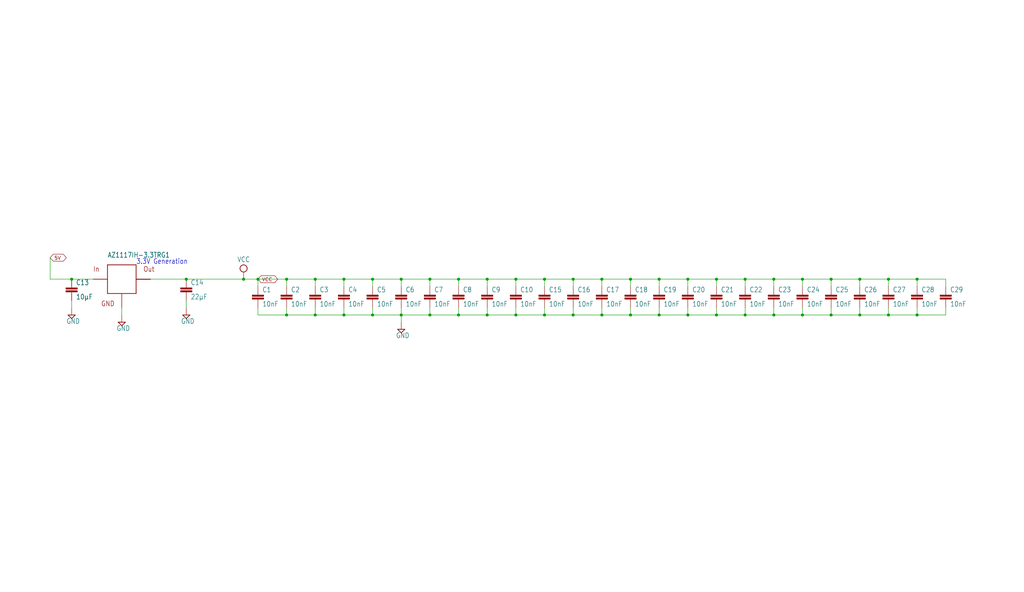
<source format=kicad_sch>
(kicad_sch
	(version 20231120)
	(generator "eeschema")
	(generator_version "8.0")
	(uuid "b506548e-dc92-4584-81c4-43eced2dd353")
	(paper "User" 363.017 210.007)
	(lib_symbols
		(symbol "Timing_Control_V1p1-eagle-import:C-EUC0603"
			(exclude_from_sim no)
			(in_bom yes)
			(on_board yes)
			(property "Reference" "C"
				(at 1.524 0.381 0)
				(effects
					(font
						(size 1.778 1.5113)
					)
					(justify left bottom)
				)
			)
			(property "Value" ""
				(at 1.524 -4.699 0)
				(effects
					(font
						(size 1.778 1.5113)
					)
					(justify left bottom)
				)
			)
			(property "Footprint" "Timing_Control_V1p1:C0603"
				(at 0 0 0)
				(effects
					(font
						(size 1.27 1.27)
					)
					(hide yes)
				)
			)
			(property "Datasheet" ""
				(at 0 0 0)
				(effects
					(font
						(size 1.27 1.27)
					)
					(hide yes)
				)
			)
			(property "Description" "CAPACITOR, European symbol"
				(at 0 0 0)
				(effects
					(font
						(size 1.27 1.27)
					)
					(hide yes)
				)
			)
			(property "ki_locked" ""
				(at 0 0 0)
				(effects
					(font
						(size 1.27 1.27)
					)
				)
			)
			(symbol "C-EUC0603_1_0"
				(rectangle
					(start -2.032 -2.032)
					(end 2.032 -1.524)
					(stroke
						(width 0)
						(type default)
					)
					(fill
						(type outline)
					)
				)
				(rectangle
					(start -2.032 -1.016)
					(end 2.032 -0.508)
					(stroke
						(width 0)
						(type default)
					)
					(fill
						(type outline)
					)
				)
				(polyline
					(pts
						(xy 0 -2.54) (xy 0 -2.032)
					)
					(stroke
						(width 0.1524)
						(type solid)
					)
					(fill
						(type none)
					)
				)
				(polyline
					(pts
						(xy 0 0) (xy 0 -0.508)
					)
					(stroke
						(width 0.1524)
						(type solid)
					)
					(fill
						(type none)
					)
				)
				(pin passive line
					(at 0 2.54 270)
					(length 2.54)
					(name "1"
						(effects
							(font
								(size 0 0)
							)
						)
					)
					(number "1"
						(effects
							(font
								(size 0 0)
							)
						)
					)
				)
				(pin passive line
					(at 0 -5.08 90)
					(length 2.54)
					(name "2"
						(effects
							(font
								(size 0 0)
							)
						)
					)
					(number "2"
						(effects
							(font
								(size 0 0)
							)
						)
					)
				)
			)
		)
		(symbol "Timing_Control_V1p1-eagle-import:C-EUC1206"
			(exclude_from_sim no)
			(in_bom yes)
			(on_board yes)
			(property "Reference" "C"
				(at 1.524 0.381 0)
				(effects
					(font
						(size 1.778 1.5113)
					)
					(justify left bottom)
				)
			)
			(property "Value" ""
				(at 1.524 -4.699 0)
				(effects
					(font
						(size 1.778 1.5113)
					)
					(justify left bottom)
				)
			)
			(property "Footprint" "Timing_Control_V1p1:C1206"
				(at 0 0 0)
				(effects
					(font
						(size 1.27 1.27)
					)
					(hide yes)
				)
			)
			(property "Datasheet" ""
				(at 0 0 0)
				(effects
					(font
						(size 1.27 1.27)
					)
					(hide yes)
				)
			)
			(property "Description" "CAPACITOR, European symbol"
				(at 0 0 0)
				(effects
					(font
						(size 1.27 1.27)
					)
					(hide yes)
				)
			)
			(property "ki_locked" ""
				(at 0 0 0)
				(effects
					(font
						(size 1.27 1.27)
					)
				)
			)
			(symbol "C-EUC1206_1_0"
				(rectangle
					(start -2.032 -2.032)
					(end 2.032 -1.524)
					(stroke
						(width 0)
						(type default)
					)
					(fill
						(type outline)
					)
				)
				(rectangle
					(start -2.032 -1.016)
					(end 2.032 -0.508)
					(stroke
						(width 0)
						(type default)
					)
					(fill
						(type outline)
					)
				)
				(polyline
					(pts
						(xy 0 -2.54) (xy 0 -2.032)
					)
					(stroke
						(width 0.1524)
						(type solid)
					)
					(fill
						(type none)
					)
				)
				(polyline
					(pts
						(xy 0 0) (xy 0 -0.508)
					)
					(stroke
						(width 0.1524)
						(type solid)
					)
					(fill
						(type none)
					)
				)
				(pin passive line
					(at 0 2.54 270)
					(length 2.54)
					(name "1"
						(effects
							(font
								(size 0 0)
							)
						)
					)
					(number "1"
						(effects
							(font
								(size 0 0)
							)
						)
					)
				)
				(pin passive line
					(at 0 -5.08 90)
					(length 2.54)
					(name "2"
						(effects
							(font
								(size 0 0)
							)
						)
					)
					(number "2"
						(effects
							(font
								(size 0 0)
							)
						)
					)
				)
			)
		)
		(symbol "Timing_Control_V1p1-eagle-import:GND"
			(power)
			(exclude_from_sim no)
			(in_bom yes)
			(on_board yes)
			(property "Reference" "#SUPPLY"
				(at 0 0 0)
				(effects
					(font
						(size 1.27 1.27)
					)
					(hide yes)
				)
			)
			(property "Value" ""
				(at -1.905 -3.175 0)
				(effects
					(font
						(size 1.778 1.5113)
					)
					(justify left bottom)
				)
			)
			(property "Footprint" ""
				(at 0 0 0)
				(effects
					(font
						(size 1.27 1.27)
					)
					(hide yes)
				)
			)
			(property "Datasheet" ""
				(at 0 0 0)
				(effects
					(font
						(size 1.27 1.27)
					)
					(hide yes)
				)
			)
			(property "Description" "SUPPLY SYMBOL"
				(at 0 0 0)
				(effects
					(font
						(size 1.27 1.27)
					)
					(hide yes)
				)
			)
			(property "ki_locked" ""
				(at 0 0 0)
				(effects
					(font
						(size 1.27 1.27)
					)
				)
			)
			(symbol "GND_1_0"
				(polyline
					(pts
						(xy -1.27 0) (xy 1.27 0)
					)
					(stroke
						(width 0.254)
						(type solid)
					)
					(fill
						(type none)
					)
				)
				(polyline
					(pts
						(xy 0 -1.27) (xy -1.27 0)
					)
					(stroke
						(width 0.254)
						(type solid)
					)
					(fill
						(type none)
					)
				)
				(polyline
					(pts
						(xy 1.27 0) (xy 0 -1.27)
					)
					(stroke
						(width 0.254)
						(type solid)
					)
					(fill
						(type none)
					)
				)
				(pin power_in line
					(at 0 2.54 270)
					(length 2.54)
					(name "GND"
						(effects
							(font
								(size 0 0)
							)
						)
					)
					(number "1"
						(effects
							(font
								(size 0 0)
							)
						)
					)
				)
			)
		)
		(symbol "Timing_Control_V1p1-eagle-import:LT1117"
			(exclude_from_sim no)
			(in_bom yes)
			(on_board yes)
			(property "Reference" ""
				(at 0 0 0)
				(effects
					(font
						(size 1.27 1.27)
					)
					(hide yes)
				)
			)
			(property "Value" ""
				(at -5.08 10.16 0)
				(effects
					(font
						(size 1.778 1.5113)
					)
					(justify left bottom)
					(hide yes)
				)
			)
			(property "Footprint" "Timing_Control_V1p1:SOT223"
				(at 0 0 0)
				(effects
					(font
						(size 1.27 1.27)
					)
					(hide yes)
				)
			)
			(property "Datasheet" ""
				(at 0 0 0)
				(effects
					(font
						(size 1.27 1.27)
					)
					(hide yes)
				)
			)
			(property "Description" ""
				(at 0 0 0)
				(effects
					(font
						(size 1.27 1.27)
					)
					(hide yes)
				)
			)
			(property "ki_locked" ""
				(at 0 0 0)
				(effects
					(font
						(size 1.27 1.27)
					)
				)
			)
			(symbol "LT1117_1_0"
				(polyline
					(pts
						(xy -5.08 -2.54) (xy 5.08 -2.54)
					)
					(stroke
						(width 0.254)
						(type solid)
					)
					(fill
						(type none)
					)
				)
				(polyline
					(pts
						(xy -5.08 7.62) (xy -5.08 -2.54)
					)
					(stroke
						(width 0.254)
						(type solid)
					)
					(fill
						(type none)
					)
				)
				(polyline
					(pts
						(xy 5.08 -2.54) (xy 5.08 7.62)
					)
					(stroke
						(width 0.254)
						(type solid)
					)
					(fill
						(type none)
					)
				)
				(polyline
					(pts
						(xy 5.08 7.62) (xy -5.08 7.62)
					)
					(stroke
						(width 0.254)
						(type solid)
					)
					(fill
						(type none)
					)
				)
				(text "GND"
					(at -2.54 -5.08 0)
					(effects
						(font
							(size 1.778 1.5113)
						)
						(justify right top)
					)
				)
				(text "In"
					(at -10.16 5.08 0)
					(effects
						(font
							(size 1.778 1.5113)
						)
						(justify left bottom)
					)
				)
				(text "Out"
					(at 7.62 5.08 0)
					(effects
						(font
							(size 1.778 1.5113)
						)
						(justify left bottom)
					)
				)
				(pin bidirectional line
					(at 0 -7.62 90)
					(length 5.08)
					(name "GND"
						(effects
							(font
								(size 0 0)
							)
						)
					)
					(number "1"
						(effects
							(font
								(size 0 0)
							)
						)
					)
				)
				(pin power_in line
					(at 10.16 2.54 180)
					(length 5.08)
					(name "VCC"
						(effects
							(font
								(size 0 0)
							)
						)
					)
					(number "2"
						(effects
							(font
								(size 0 0)
							)
						)
					)
				)
				(pin bidirectional line
					(at -10.16 2.54 0)
					(length 5.08)
					(name "IN"
						(effects
							(font
								(size 0 0)
							)
						)
					)
					(number "3"
						(effects
							(font
								(size 0 0)
							)
						)
					)
				)
				(pin power_in line
					(at 10.16 2.54 180)
					(length 5.08)
					(name "VCC"
						(effects
							(font
								(size 0 0)
							)
						)
					)
					(number "4"
						(effects
							(font
								(size 0 0)
							)
						)
					)
				)
			)
		)
		(symbol "Timing_Control_V1p1-eagle-import:VCC-CIRCLE"
			(power)
			(exclude_from_sim no)
			(in_bom yes)
			(on_board yes)
			(property "Reference" "#SUPPLY"
				(at 0 0 0)
				(effects
					(font
						(size 1.27 1.27)
					)
					(hide yes)
				)
			)
			(property "Value" ""
				(at 0 4.445 0)
				(effects
					(font
						(size 1.778 1.5113)
					)
				)
			)
			(property "Footprint" ""
				(at 0 0 0)
				(effects
					(font
						(size 1.27 1.27)
					)
					(hide yes)
				)
			)
			(property "Datasheet" ""
				(at 0 0 0)
				(effects
					(font
						(size 1.27 1.27)
					)
					(hide yes)
				)
			)
			(property "Description" "SUPPLY SYMBOL VCC Circle"
				(at 0 0 0)
				(effects
					(font
						(size 1.27 1.27)
					)
					(hide yes)
				)
			)
			(property "ki_locked" ""
				(at 0 0 0)
				(effects
					(font
						(size 1.27 1.27)
					)
				)
			)
			(symbol "VCC-CIRCLE_1_0"
				(circle
					(center 0 1.27)
					(radius 1.27)
					(stroke
						(width 0.254)
						(type solid)
					)
					(fill
						(type none)
					)
				)
				(pin power_in line
					(at 0 -2.54 90)
					(length 2.54)
					(name "VCC"
						(effects
							(font
								(size 0 0)
							)
						)
					)
					(number "1"
						(effects
							(font
								(size 0 0)
							)
						)
					)
				)
			)
		)
	)
	(junction
		(at 254 111.76)
		(diameter 0)
		(color 0 0 0 0)
		(uuid "02743d9a-8dd2-4c25-b8c5-5898651f32c1")
	)
	(junction
		(at 264.16 99.06)
		(diameter 0)
		(color 0 0 0 0)
		(uuid "028d78de-e57c-47c0-b4b6-949a61c0aae2")
	)
	(junction
		(at 223.52 111.76)
		(diameter 0)
		(color 0 0 0 0)
		(uuid "02e9f51c-9bd2-4696-abea-5e5fe42347b0")
	)
	(junction
		(at 203.2 111.76)
		(diameter 0)
		(color 0 0 0 0)
		(uuid "05602f11-b51f-42b1-bb52-28794d5f7309")
	)
	(junction
		(at 304.8 99.06)
		(diameter 0)
		(color 0 0 0 0)
		(uuid "0b0fd0af-e357-4452-af06-9abb1c281308")
	)
	(junction
		(at 314.96 111.76)
		(diameter 0)
		(color 0 0 0 0)
		(uuid "0fa5db4b-2d11-4a62-8315-62b79512791f")
	)
	(junction
		(at 203.2 99.06)
		(diameter 0)
		(color 0 0 0 0)
		(uuid "15181a73-fba6-4ed7-9f42-181b39c89588")
	)
	(junction
		(at 294.64 111.76)
		(diameter 0)
		(color 0 0 0 0)
		(uuid "1849ebac-9930-4928-822a-d7807d3ed340")
	)
	(junction
		(at 193.04 99.06)
		(diameter 0)
		(color 0 0 0 0)
		(uuid "18a08e4e-4f22-4f93-bd96-08c5cb87c31f")
	)
	(junction
		(at 233.68 111.76)
		(diameter 0)
		(color 0 0 0 0)
		(uuid "1953ba76-6958-4d37-8c10-9e4b324606b7")
	)
	(junction
		(at 162.56 111.76)
		(diameter 0)
		(color 0 0 0 0)
		(uuid "1ca57c4b-f3b3-4382-b09b-35f97084f07f")
	)
	(junction
		(at 152.4 99.06)
		(diameter 0)
		(color 0 0 0 0)
		(uuid "2218b3e9-9e3e-499e-93d8-a08a8ac5f898")
	)
	(junction
		(at 111.76 99.06)
		(diameter 0)
		(color 0 0 0 0)
		(uuid "235184b2-2b5f-403a-96b9-b34956c5be8c")
	)
	(junction
		(at 213.36 99.06)
		(diameter 0)
		(color 0 0 0 0)
		(uuid "26c3bd7b-95bc-4bd3-acb8-296df2fcff08")
	)
	(junction
		(at 284.48 99.06)
		(diameter 0)
		(color 0 0 0 0)
		(uuid "2dba74c4-aa6a-4667-ad67-b39da520da59")
	)
	(junction
		(at 101.6 99.06)
		(diameter 0)
		(color 0 0 0 0)
		(uuid "2dec3cca-7fcb-4684-86b4-f7de70dfd020")
	)
	(junction
		(at 284.48 111.76)
		(diameter 0)
		(color 0 0 0 0)
		(uuid "2e44deb1-5d73-40ba-9a04-4f0948bd1c60")
	)
	(junction
		(at 213.36 111.76)
		(diameter 0)
		(color 0 0 0 0)
		(uuid "33e7b045-4ad8-4630-86f1-43ebb93bb9ae")
	)
	(junction
		(at 86.36 99.06)
		(diameter 0)
		(color 0 0 0 0)
		(uuid "3cab993f-cf31-4152-8193-241fd2898733")
	)
	(junction
		(at 314.96 99.06)
		(diameter 0)
		(color 0 0 0 0)
		(uuid "57bc6f28-3dba-4ad5-a4b4-812f29f4f554")
	)
	(junction
		(at 294.64 99.06)
		(diameter 0)
		(color 0 0 0 0)
		(uuid "5e4b90af-b3bb-4657-a515-ddea89bca272")
	)
	(junction
		(at 121.92 99.06)
		(diameter 0)
		(color 0 0 0 0)
		(uuid "65b2adf2-42f7-428f-8deb-c5218aeb15a6")
	)
	(junction
		(at 152.4 111.76)
		(diameter 0)
		(color 0 0 0 0)
		(uuid "669d090d-3ae1-49f2-b054-5a86cccdb33c")
	)
	(junction
		(at 121.92 111.76)
		(diameter 0)
		(color 0 0 0 0)
		(uuid "67aef8b9-d74c-41a2-87f5-63b97699815e")
	)
	(junction
		(at 274.32 99.06)
		(diameter 0)
		(color 0 0 0 0)
		(uuid "6d2d78d1-76cc-49ed-a93b-5037362fe7f3")
	)
	(junction
		(at 223.52 99.06)
		(diameter 0)
		(color 0 0 0 0)
		(uuid "713e3134-2ea2-4b90-828a-2534e99744c6")
	)
	(junction
		(at 162.56 99.06)
		(diameter 0)
		(color 0 0 0 0)
		(uuid "71d719f8-3c90-415f-85eb-b5f5991769eb")
	)
	(junction
		(at 91.44 99.06)
		(diameter 0)
		(color 0 0 0 0)
		(uuid "7d3bbc73-1f78-489c-823b-2e26b76e18cf")
	)
	(junction
		(at 132.08 111.76)
		(diameter 0)
		(color 0 0 0 0)
		(uuid "7d5e89f1-3d43-4232-be3f-3f8298f79e0f")
	)
	(junction
		(at 182.88 99.06)
		(diameter 0)
		(color 0 0 0 0)
		(uuid "7e5e9416-842f-496d-850d-47ff597bdba1")
	)
	(junction
		(at 304.8 111.76)
		(diameter 0)
		(color 0 0 0 0)
		(uuid "7e7ac226-5f76-4434-a0d1-14db7084d7ce")
	)
	(junction
		(at 325.12 111.76)
		(diameter 0)
		(color 0 0 0 0)
		(uuid "80145874-c539-4a38-af61-f66606213283")
	)
	(junction
		(at 132.08 99.06)
		(diameter 0)
		(color 0 0 0 0)
		(uuid "83a1053c-e58b-4711-8b6d-05490d97b8fb")
	)
	(junction
		(at 193.04 111.76)
		(diameter 0)
		(color 0 0 0 0)
		(uuid "8696d875-81cd-4cb1-826e-dd655430e9f9")
	)
	(junction
		(at 243.84 99.06)
		(diameter 0)
		(color 0 0 0 0)
		(uuid "88f417a8-42b7-4abd-9405-08cd11b337e0")
	)
	(junction
		(at 172.72 99.06)
		(diameter 0)
		(color 0 0 0 0)
		(uuid "90ac0a4d-e6be-4f27-b63d-3e8fa4a3a4c5")
	)
	(junction
		(at 274.32 111.76)
		(diameter 0)
		(color 0 0 0 0)
		(uuid "9abc7cd8-742a-415c-9bb9-ad58016ceb1d")
	)
	(junction
		(at 254 99.06)
		(diameter 0)
		(color 0 0 0 0)
		(uuid "aa8fb1f8-2c2e-44fc-8b0d-811256a0d134")
	)
	(junction
		(at 264.16 111.76)
		(diameter 0)
		(color 0 0 0 0)
		(uuid "bb56fe04-d1ff-4a8f-be16-09a7cf1bae82")
	)
	(junction
		(at 111.76 111.76)
		(diameter 0)
		(color 0 0 0 0)
		(uuid "bbfdb423-ba9a-436b-a88a-d08b0f503520")
	)
	(junction
		(at 142.24 99.06)
		(diameter 0)
		(color 0 0 0 0)
		(uuid "e05b4bc2-d968-48dc-af14-6506b22cf04d")
	)
	(junction
		(at 66.04 99.06)
		(diameter 0)
		(color 0 0 0 0)
		(uuid "e2c5b795-6e5f-43bb-b410-aa3a484c7a90")
	)
	(junction
		(at 182.88 111.76)
		(diameter 0)
		(color 0 0 0 0)
		(uuid "e617d3a0-ed83-4931-9943-6dd96dac8fac")
	)
	(junction
		(at 172.72 111.76)
		(diameter 0)
		(color 0 0 0 0)
		(uuid "e7b1acd6-9472-4717-95c3-c542776ae4d1")
	)
	(junction
		(at 233.68 99.06)
		(diameter 0)
		(color 0 0 0 0)
		(uuid "ec212eed-f563-4ba5-a15d-6d56b6cc272a")
	)
	(junction
		(at 325.12 99.06)
		(diameter 0)
		(color 0 0 0 0)
		(uuid "edb5850d-4327-4c79-a461-eedc4a1eb058")
	)
	(junction
		(at 243.84 111.76)
		(diameter 0)
		(color 0 0 0 0)
		(uuid "f0482d2a-9bbf-4c19-a4f7-84cc886449d2")
	)
	(junction
		(at 25.4 99.06)
		(diameter 0)
		(color 0 0 0 0)
		(uuid "f2c28520-3005-4bbb-afcb-e9286a44fe60")
	)
	(junction
		(at 142.24 111.76)
		(diameter 0)
		(color 0 0 0 0)
		(uuid "f7112042-973b-45cb-a22f-bf94bc0d2d15")
	)
	(junction
		(at 101.6 111.76)
		(diameter 0)
		(color 0 0 0 0)
		(uuid "f72541d5-e628-44f3-b085-8045279a995d")
	)
	(wire
		(pts
			(xy 335.28 111.76) (xy 325.12 111.76)
		)
		(stroke
			(width 0.1524)
			(type solid)
		)
		(uuid "006f27e4-2814-4790-b476-59cd33e31f88")
	)
	(wire
		(pts
			(xy 101.6 99.06) (xy 91.44 99.06)
		)
		(stroke
			(width 0.1524)
			(type solid)
		)
		(uuid "05cd389f-b85b-400b-8370-d4115d44fbe7")
	)
	(wire
		(pts
			(xy 43.18 109.22) (xy 43.18 111.76)
		)
		(stroke
			(width 0.1524)
			(type solid)
		)
		(uuid "0ca36694-ed5b-4359-9021-bd9d77553946")
	)
	(wire
		(pts
			(xy 294.64 111.76) (xy 304.8 111.76)
		)
		(stroke
			(width 0.1524)
			(type solid)
		)
		(uuid "0d9a54d0-82b8-4ca9-80a8-17de1fbf687b")
	)
	(wire
		(pts
			(xy 203.2 111.76) (xy 213.36 111.76)
		)
		(stroke
			(width 0.1524)
			(type solid)
		)
		(uuid "1071c0da-7934-4c70-9cde-bd7fe31e9a49")
	)
	(wire
		(pts
			(xy 111.76 111.76) (xy 121.92 111.76)
		)
		(stroke
			(width 0.1524)
			(type solid)
		)
		(uuid "1232a77a-d149-45b8-96a4-396b7c3dc002")
	)
	(wire
		(pts
			(xy 264.16 111.76) (xy 274.32 111.76)
		)
		(stroke
			(width 0.1524)
			(type solid)
		)
		(uuid "12edbc58-b0e2-4924-a54b-d090ea884341")
	)
	(wire
		(pts
			(xy 294.64 99.06) (xy 284.48 99.06)
		)
		(stroke
			(width 0.1524)
			(type solid)
		)
		(uuid "13e28495-d852-4fb2-9bd0-4aebcd944f46")
	)
	(wire
		(pts
			(xy 193.04 111.76) (xy 203.2 111.76)
		)
		(stroke
			(width 0.1524)
			(type solid)
		)
		(uuid "15bcccf6-1255-4a1e-9836-3aa2413c7bdd")
	)
	(wire
		(pts
			(xy 172.72 111.76) (xy 182.88 111.76)
		)
		(stroke
			(width 0.1524)
			(type solid)
		)
		(uuid "15d0f210-8f28-46a9-9f3b-3c2a019f54e9")
	)
	(wire
		(pts
			(xy 243.84 101.6) (xy 243.84 99.06)
		)
		(stroke
			(width 0.1524)
			(type solid)
		)
		(uuid "18f7565b-f40d-4d06-afc1-1faf428e2dfd")
	)
	(wire
		(pts
			(xy 172.72 99.06) (xy 182.88 99.06)
		)
		(stroke
			(width 0.1524)
			(type solid)
		)
		(uuid "1d56cf71-b7f7-4c8a-b3cd-e61ad3df47c8")
	)
	(wire
		(pts
			(xy 264.16 101.6) (xy 264.16 99.06)
		)
		(stroke
			(width 0.1524)
			(type solid)
		)
		(uuid "1faa404f-ddf9-4359-892e-98b82dd50afd")
	)
	(wire
		(pts
			(xy 25.4 99.06) (xy 17.78 99.06)
		)
		(stroke
			(width 0.1524)
			(type solid)
		)
		(uuid "2456882e-bf53-48f3-ab06-d01da927bce8")
	)
	(wire
		(pts
			(xy 101.6 101.6) (xy 101.6 99.06)
		)
		(stroke
			(width 0.1524)
			(type solid)
		)
		(uuid "27000d3c-9731-4ab5-ad0e-e7d69a4af6b6")
	)
	(wire
		(pts
			(xy 254 109.22) (xy 254 111.76)
		)
		(stroke
			(width 0.1524)
			(type solid)
		)
		(uuid "2862fd62-2194-43c7-b5b2-fe691f749df1")
	)
	(wire
		(pts
			(xy 213.36 101.6) (xy 213.36 99.06)
		)
		(stroke
			(width 0.1524)
			(type solid)
		)
		(uuid "35449be9-aa18-4880-ae20-0f77dc0b05e4")
	)
	(wire
		(pts
			(xy 172.72 99.06) (xy 172.72 101.6)
		)
		(stroke
			(width 0.1524)
			(type solid)
		)
		(uuid "35d5f078-5758-4f88-bdf5-c593fcbf3d60")
	)
	(wire
		(pts
			(xy 91.44 111.76) (xy 101.6 111.76)
		)
		(stroke
			(width 0.1524)
			(type solid)
		)
		(uuid "3a6e8815-de1b-4ff1-95c2-b28048d6456f")
	)
	(wire
		(pts
			(xy 223.52 111.76) (xy 233.68 111.76)
		)
		(stroke
			(width 0.1524)
			(type solid)
		)
		(uuid "3b5ba5f8-0b2c-4323-89cf-53d5d1823cee")
	)
	(wire
		(pts
			(xy 152.4 99.06) (xy 152.4 101.6)
		)
		(stroke
			(width 0.1524)
			(type solid)
		)
		(uuid "3c95a41e-5dc7-4d3e-ad3b-1c3d5d20b131")
	)
	(wire
		(pts
			(xy 111.76 99.06) (xy 121.92 99.06)
		)
		(stroke
			(width 0.1524)
			(type solid)
		)
		(uuid "436393c2-59da-4fdb-b750-47d6eff8e730")
	)
	(wire
		(pts
			(xy 162.56 99.06) (xy 162.56 101.6)
		)
		(stroke
			(width 0.1524)
			(type solid)
		)
		(uuid "46a65837-6cf3-496b-92d1-3f7fbd8e5251")
	)
	(wire
		(pts
			(xy 314.96 111.76) (xy 325.12 111.76)
		)
		(stroke
			(width 0.1524)
			(type solid)
		)
		(uuid "47ffe222-5eab-42bd-a77f-78423a81e39d")
	)
	(wire
		(pts
			(xy 152.4 99.06) (xy 162.56 99.06)
		)
		(stroke
			(width 0.1524)
			(type solid)
		)
		(uuid "48a92e71-9cda-4eb1-9b63-f006fbf2bd3f")
	)
	(wire
		(pts
			(xy 304.8 101.6) (xy 304.8 99.06)
		)
		(stroke
			(width 0.1524)
			(type solid)
		)
		(uuid "4d4376a3-2a88-4b4e-8126-0a6724bce220")
	)
	(wire
		(pts
			(xy 142.24 99.06) (xy 142.24 101.6)
		)
		(stroke
			(width 0.1524)
			(type solid)
		)
		(uuid "4eaa169c-c6ad-4b07-a047-8c0eb2db5e6e")
	)
	(wire
		(pts
			(xy 91.44 99.06) (xy 91.44 101.6)
		)
		(stroke
			(width 0.1524)
			(type solid)
		)
		(uuid "5013707c-f786-4405-9d83-93ccd235a0e9")
	)
	(wire
		(pts
			(xy 132.08 109.22) (xy 132.08 111.76)
		)
		(stroke
			(width 0.1524)
			(type solid)
		)
		(uuid "550bf6ee-e3d9-42ce-bb22-745411da7e61")
	)
	(wire
		(pts
			(xy 111.76 99.06) (xy 111.76 101.6)
		)
		(stroke
			(width 0.1524)
			(type solid)
		)
		(uuid "5835b51f-71e6-43ab-9cc8-941727750bc2")
	)
	(wire
		(pts
			(xy 132.08 99.06) (xy 132.08 101.6)
		)
		(stroke
			(width 0.1524)
			(type solid)
		)
		(uuid "5a079107-d83b-4024-8a6d-37c1adc68378")
	)
	(wire
		(pts
			(xy 193.04 101.6) (xy 193.04 99.06)
		)
		(stroke
			(width 0.1524)
			(type solid)
		)
		(uuid "5b15f92e-dd9e-413c-bc17-2a8326aeba49")
	)
	(wire
		(pts
			(xy 162.56 111.76) (xy 172.72 111.76)
		)
		(stroke
			(width 0.1524)
			(type solid)
		)
		(uuid "5bdd1ff5-d58e-434e-a5c2-e313d1dfd670")
	)
	(wire
		(pts
			(xy 223.52 99.06) (xy 233.68 99.06)
		)
		(stroke
			(width 0.1524)
			(type solid)
		)
		(uuid "5d1d9a60-87b9-429a-a991-7dd5c7bd62bf")
	)
	(wire
		(pts
			(xy 284.48 111.76) (xy 284.48 109.22)
		)
		(stroke
			(width 0.1524)
			(type solid)
		)
		(uuid "60d11340-f929-4167-979f-70ac9602e5b9")
	)
	(wire
		(pts
			(xy 203.2 99.06) (xy 213.36 99.06)
		)
		(stroke
			(width 0.1524)
			(type solid)
		)
		(uuid "60f6b841-4a71-49f4-8aa5-e2f39a623b64")
	)
	(wire
		(pts
			(xy 233.68 101.6) (xy 233.68 99.06)
		)
		(stroke
			(width 0.1524)
			(type solid)
		)
		(uuid "610f4b38-6037-4dc0-aceb-1a327b3c9989")
	)
	(wire
		(pts
			(xy 193.04 99.06) (xy 203.2 99.06)
		)
		(stroke
			(width 0.1524)
			(type solid)
		)
		(uuid "634f3e85-6afd-4b12-a99d-423ce6aa5dfd")
	)
	(wire
		(pts
			(xy 274.32 109.22) (xy 274.32 111.76)
		)
		(stroke
			(width 0.1524)
			(type solid)
		)
		(uuid "635eb856-60d0-488c-a4f4-ae53dfd741e1")
	)
	(wire
		(pts
			(xy 314.96 101.6) (xy 314.96 99.06)
		)
		(stroke
			(width 0.1524)
			(type solid)
		)
		(uuid "664f2acf-dd51-4190-bc5d-63728950cd7f")
	)
	(wire
		(pts
			(xy 294.64 101.6) (xy 294.64 99.06)
		)
		(stroke
			(width 0.1524)
			(type solid)
		)
		(uuid "679f2115-4ddf-4ba2-a198-b4027b40a8c8")
	)
	(wire
		(pts
			(xy 111.76 109.22) (xy 111.76 111.76)
		)
		(stroke
			(width 0.1524)
			(type solid)
		)
		(uuid "6948ffe7-79d3-4b0a-96d6-723041858dd1")
	)
	(wire
		(pts
			(xy 121.92 99.06) (xy 132.08 99.06)
		)
		(stroke
			(width 0.1524)
			(type solid)
		)
		(uuid "6a224cc9-3845-42f5-b6fe-941616060afa")
	)
	(wire
		(pts
			(xy 325.12 99.06) (xy 325.12 101.6)
		)
		(stroke
			(width 0.1524)
			(type solid)
		)
		(uuid "6e997dcd-eb89-40c2-8248-c94bee039e15")
	)
	(wire
		(pts
			(xy 101.6 99.06) (xy 111.76 99.06)
		)
		(stroke
			(width 0.1524)
			(type solid)
		)
		(uuid "70d90efb-49ab-464a-9743-35b0b2cfcd1f")
	)
	(wire
		(pts
			(xy 162.56 109.22) (xy 162.56 111.76)
		)
		(stroke
			(width 0.1524)
			(type solid)
		)
		(uuid "71a82a7f-8e4d-4814-8057-7155b223ac13")
	)
	(wire
		(pts
			(xy 213.36 109.22) (xy 213.36 111.76)
		)
		(stroke
			(width 0.1524)
			(type solid)
		)
		(uuid "748d8158-9ee8-433a-b249-6e514308feba")
	)
	(wire
		(pts
			(xy 304.8 99.06) (xy 314.96 99.06)
		)
		(stroke
			(width 0.1524)
			(type solid)
		)
		(uuid "74c1d403-a95c-4909-97fb-3c07aeb25160")
	)
	(wire
		(pts
			(xy 254 111.76) (xy 264.16 111.76)
		)
		(stroke
			(width 0.1524)
			(type solid)
		)
		(uuid "7626e8aa-ce74-4d73-aca0-152451fe0af2")
	)
	(wire
		(pts
			(xy 142.24 99.06) (xy 152.4 99.06)
		)
		(stroke
			(width 0.1524)
			(type solid)
		)
		(uuid "76ffa59e-eb12-4e3b-8cfd-a64bd64c550c")
	)
	(wire
		(pts
			(xy 284.48 99.06) (xy 284.48 101.6)
		)
		(stroke
			(width 0.1524)
			(type solid)
		)
		(uuid "77e9af05-7305-4a0e-bb8b-d526e329e8f9")
	)
	(wire
		(pts
			(xy 325.12 111.76) (xy 325.12 109.22)
		)
		(stroke
			(width 0.1524)
			(type solid)
		)
		(uuid "77ed70ee-681e-4098-90c9-e3e0c5f8264a")
	)
	(wire
		(pts
			(xy 17.78 99.06) (xy 17.78 91.44)
		)
		(stroke
			(width 0.1524)
			(type solid)
		)
		(uuid "7a3effb0-f72f-459e-a9db-9793d5d628ca")
	)
	(wire
		(pts
			(xy 243.84 109.22) (xy 243.84 111.76)
		)
		(stroke
			(width 0.1524)
			(type solid)
		)
		(uuid "7ad1f87a-a5ba-48d4-8a45-dbda2f4109ab")
	)
	(wire
		(pts
			(xy 142.24 114.3) (xy 142.24 111.76)
		)
		(stroke
			(width 0.1524)
			(type solid)
		)
		(uuid "81e1a430-20b3-40a3-807c-9e54f23cc630")
	)
	(wire
		(pts
			(xy 243.84 111.76) (xy 254 111.76)
		)
		(stroke
			(width 0.1524)
			(type solid)
		)
		(uuid "8280ec22-cee6-42ee-b35b-bf9896a1faf6")
	)
	(wire
		(pts
			(xy 121.92 109.22) (xy 121.92 111.76)
		)
		(stroke
			(width 0.1524)
			(type solid)
		)
		(uuid "83f46480-151e-4c44-8189-dadcd40a2981")
	)
	(wire
		(pts
			(xy 335.28 101.6) (xy 335.28 99.06)
		)
		(stroke
			(width 0.1524)
			(type solid)
		)
		(uuid "87202184-4ba0-471d-9be5-9e1c1b44a354")
	)
	(wire
		(pts
			(xy 101.6 111.76) (xy 111.76 111.76)
		)
		(stroke
			(width 0.1524)
			(type solid)
		)
		(uuid "880c3fb9-3f3e-4ca7-8d86-dceda5ce215d")
	)
	(wire
		(pts
			(xy 132.08 99.06) (xy 142.24 99.06)
		)
		(stroke
			(width 0.1524)
			(type solid)
		)
		(uuid "8b358847-c293-479e-8922-6af56cc3d3d0")
	)
	(wire
		(pts
			(xy 213.36 99.06) (xy 223.52 99.06)
		)
		(stroke
			(width 0.1524)
			(type solid)
		)
		(uuid "8d2b6bb7-0c20-4596-b3ca-62c8d16d2225")
	)
	(wire
		(pts
			(xy 142.24 111.76) (xy 152.4 111.76)
		)
		(stroke
			(width 0.1524)
			(type solid)
		)
		(uuid "9012409c-2c64-4eed-a54f-e49a1aec6b72")
	)
	(wire
		(pts
			(xy 203.2 101.6) (xy 203.2 99.06)
		)
		(stroke
			(width 0.1524)
			(type solid)
		)
		(uuid "9034d754-2442-42a3-bdca-6bda5ce47ead")
	)
	(wire
		(pts
			(xy 193.04 109.22) (xy 193.04 111.76)
		)
		(stroke
			(width 0.1524)
			(type solid)
		)
		(uuid "926da41f-24ce-45bd-93b1-34b1161dce55")
	)
	(wire
		(pts
			(xy 314.96 109.22) (xy 314.96 111.76)
		)
		(stroke
			(width 0.1524)
			(type solid)
		)
		(uuid "931ac027-6ee6-47a2-8ebf-402286975c0a")
	)
	(wire
		(pts
			(xy 274.32 111.76) (xy 284.48 111.76)
		)
		(stroke
			(width 0.1524)
			(type solid)
		)
		(uuid "99fdd6de-92fe-47d6-8d82-0ff03fe24fd8")
	)
	(wire
		(pts
			(xy 233.68 99.06) (xy 243.84 99.06)
		)
		(stroke
			(width 0.1524)
			(type solid)
		)
		(uuid "9cc1b3a4-9dcf-4a8a-83f8-30be7d5115b8")
	)
	(wire
		(pts
			(xy 203.2 109.22) (xy 203.2 111.76)
		)
		(stroke
			(width 0.1524)
			(type solid)
		)
		(uuid "9ed90128-5b2e-409b-89fe-921e787b97a1")
	)
	(wire
		(pts
			(xy 233.68 109.22) (xy 233.68 111.76)
		)
		(stroke
			(width 0.1524)
			(type solid)
		)
		(uuid "aa6bc895-1dc5-43af-9fb1-f5bd50494cf5")
	)
	(wire
		(pts
			(xy 66.04 99.06) (xy 86.36 99.06)
		)
		(stroke
			(width 0.1524)
			(type solid)
		)
		(uuid "ad588a41-322a-4ad7-bb53-a224f87462ef")
	)
	(wire
		(pts
			(xy 25.4 106.68) (xy 25.4 109.22)
		)
		(stroke
			(width 0.1524)
			(type solid)
		)
		(uuid "ae14deb7-dbc2-4ced-af8b-88bbdc3e2805")
	)
	(wire
		(pts
			(xy 53.34 99.06) (xy 66.04 99.06)
		)
		(stroke
			(width 0.1524)
			(type solid)
		)
		(uuid "b3352271-01a8-41d0-b6c5-cff37e79fbf9")
	)
	(wire
		(pts
			(xy 233.68 111.76) (xy 243.84 111.76)
		)
		(stroke
			(width 0.1524)
			(type solid)
		)
		(uuid "b47ab8c1-8440-4d25-ba50-2097ead02374")
	)
	(wire
		(pts
			(xy 182.88 111.76) (xy 193.04 111.76)
		)
		(stroke
			(width 0.1524)
			(type solid)
		)
		(uuid "b499460a-6b3b-4a4d-99ab-4b19ac63ae42")
	)
	(wire
		(pts
			(xy 91.44 109.22) (xy 91.44 111.76)
		)
		(stroke
			(width 0.1524)
			(type solid)
		)
		(uuid "b79cb277-1138-4d80-b513-15d77973fff7")
	)
	(wire
		(pts
			(xy 254 99.06) (xy 264.16 99.06)
		)
		(stroke
			(width 0.1524)
			(type solid)
		)
		(uuid "b95112dd-759e-4998-a883-cb5dc8a0dcbb")
	)
	(wire
		(pts
			(xy 66.04 106.68) (xy 66.04 109.22)
		)
		(stroke
			(width 0.1524)
			(type solid)
		)
		(uuid "b9656e0c-6ffa-4cb6-9834-447a957bfb76")
	)
	(wire
		(pts
			(xy 243.84 99.06) (xy 254 99.06)
		)
		(stroke
			(width 0.1524)
			(type solid)
		)
		(uuid "b99cbc6f-1ac8-4abf-96b9-8aa2012f9365")
	)
	(wire
		(pts
			(xy 182.88 99.06) (xy 193.04 99.06)
		)
		(stroke
			(width 0.1524)
			(type solid)
		)
		(uuid "bcb8161c-5120-4425-ba4a-66bafd5724b7")
	)
	(wire
		(pts
			(xy 213.36 111.76) (xy 223.52 111.76)
		)
		(stroke
			(width 0.1524)
			(type solid)
		)
		(uuid "bde41e03-eb5b-498a-af99-0c7f4e61924d")
	)
	(wire
		(pts
			(xy 101.6 109.22) (xy 101.6 111.76)
		)
		(stroke
			(width 0.1524)
			(type solid)
		)
		(uuid "c4a0c7dd-309e-46ae-988d-04d2cbf1f37f")
	)
	(wire
		(pts
			(xy 86.36 99.06) (xy 91.44 99.06)
		)
		(stroke
			(width 0.1524)
			(type solid)
		)
		(uuid "c4be72a0-c645-42e4-b8cc-7ee4c13c0372")
	)
	(wire
		(pts
			(xy 152.4 109.22) (xy 152.4 111.76)
		)
		(stroke
			(width 0.1524)
			(type solid)
		)
		(uuid "c5e72e8f-5236-4335-9082-66918677d20c")
	)
	(wire
		(pts
			(xy 264.16 109.22) (xy 264.16 111.76)
		)
		(stroke
			(width 0.1524)
			(type solid)
		)
		(uuid "c736ff43-3ca8-46bf-8466-b45c3c5e1df8")
	)
	(wire
		(pts
			(xy 314.96 99.06) (xy 325.12 99.06)
		)
		(stroke
			(width 0.1524)
			(type solid)
		)
		(uuid "c7db3bb5-1d6d-4ce2-b2f3-8bdfd5bee890")
	)
	(wire
		(pts
			(xy 264.16 99.06) (xy 274.32 99.06)
		)
		(stroke
			(width 0.1524)
			(type solid)
		)
		(uuid "ca5f4792-6e50-4a7a-9496-31a9d81a26da")
	)
	(wire
		(pts
			(xy 182.88 111.76) (xy 182.88 109.22)
		)
		(stroke
			(width 0.1524)
			(type solid)
		)
		(uuid "cab030e0-a2a2-48b4-b10f-651e6e803f6f")
	)
	(wire
		(pts
			(xy 121.92 111.76) (xy 132.08 111.76)
		)
		(stroke
			(width 0.1524)
			(type solid)
		)
		(uuid "cbb94d20-c059-4deb-8779-7ee90ad220df")
	)
	(wire
		(pts
			(xy 121.92 99.06) (xy 121.92 101.6)
		)
		(stroke
			(width 0.1524)
			(type solid)
		)
		(uuid "cf4b19e6-8406-4d0a-b908-908a59eebf35")
	)
	(wire
		(pts
			(xy 182.88 99.06) (xy 182.88 101.6)
		)
		(stroke
			(width 0.1524)
			(type solid)
		)
		(uuid "cfd6c0cf-a872-4b0f-9eb5-1464a2741011")
	)
	(wire
		(pts
			(xy 172.72 109.22) (xy 172.72 111.76)
		)
		(stroke
			(width 0.1524)
			(type solid)
		)
		(uuid "d0241c7b-a92b-45c6-a6c1-d735476180a8")
	)
	(wire
		(pts
			(xy 335.28 99.06) (xy 325.12 99.06)
		)
		(stroke
			(width 0.1524)
			(type solid)
		)
		(uuid "d49de20e-e61e-4576-a3e8-a643ff2b6188")
	)
	(wire
		(pts
			(xy 162.56 99.06) (xy 172.72 99.06)
		)
		(stroke
			(width 0.1524)
			(type solid)
		)
		(uuid "d5bee2fd-893e-489f-b82f-e5a3c237856d")
	)
	(wire
		(pts
			(xy 223.52 109.22) (xy 223.52 111.76)
		)
		(stroke
			(width 0.1524)
			(type solid)
		)
		(uuid "dc66a935-0943-435f-bdf2-96845ed8699c")
	)
	(wire
		(pts
			(xy 294.64 109.22) (xy 294.64 111.76)
		)
		(stroke
			(width 0.1524)
			(type solid)
		)
		(uuid "dcbfd2b2-5172-4da5-9478-ab01b1cd4a73")
	)
	(wire
		(pts
			(xy 254 101.6) (xy 254 99.06)
		)
		(stroke
			(width 0.1524)
			(type solid)
		)
		(uuid "dd82ed59-ba4d-4876-a121-5eefac2148c4")
	)
	(wire
		(pts
			(xy 152.4 111.76) (xy 162.56 111.76)
		)
		(stroke
			(width 0.1524)
			(type solid)
		)
		(uuid "e1ff36aa-6203-46af-b3b3-8b5f312abe62")
	)
	(wire
		(pts
			(xy 142.24 109.22) (xy 142.24 111.76)
		)
		(stroke
			(width 0.1524)
			(type solid)
		)
		(uuid "e22627b9-d162-41e9-b020-515a37896b74")
	)
	(wire
		(pts
			(xy 294.64 111.76) (xy 284.48 111.76)
		)
		(stroke
			(width 0.1524)
			(type solid)
		)
		(uuid "e3bf9d38-2182-490c-be38-7263f1373dbe")
	)
	(wire
		(pts
			(xy 304.8 111.76) (xy 314.96 111.76)
		)
		(stroke
			(width 0.1524)
			(type solid)
		)
		(uuid "e5fe03a0-8c58-42d9-aa44-1fc178705db8")
	)
	(wire
		(pts
			(xy 304.8 111.76) (xy 304.8 109.22)
		)
		(stroke
			(width 0.1524)
			(type solid)
		)
		(uuid "e62bdfdf-24e1-4ba7-89a1-ad7677bde37f")
	)
	(wire
		(pts
			(xy 132.08 111.76) (xy 142.24 111.76)
		)
		(stroke
			(width 0.1524)
			(type solid)
		)
		(uuid "eaa811f9-c61a-45b3-93eb-a964ffcf4057")
	)
	(wire
		(pts
			(xy 274.32 101.6) (xy 274.32 99.06)
		)
		(stroke
			(width 0.1524)
			(type solid)
		)
		(uuid "ecca7662-7915-4bb5-b6d5-9583d982f779")
	)
	(wire
		(pts
			(xy 304.8 99.06) (xy 294.64 99.06)
		)
		(stroke
			(width 0.1524)
			(type solid)
		)
		(uuid "f11c144e-96c0-467b-8782-703f4849ed5e")
	)
	(wire
		(pts
			(xy 33.02 99.06) (xy 25.4 99.06)
		)
		(stroke
			(width 0.1524)
			(type solid)
		)
		(uuid "f3009c4e-38db-4eca-901f-75d17c6e5ed7")
	)
	(wire
		(pts
			(xy 274.32 99.06) (xy 284.48 99.06)
		)
		(stroke
			(width 0.1524)
			(type solid)
		)
		(uuid "f4e0413b-8aa2-4daa-8bde-b56bfe2e24e1")
	)
	(wire
		(pts
			(xy 335.28 109.22) (xy 335.28 111.76)
		)
		(stroke
			(width 0.1524)
			(type solid)
		)
		(uuid "f8d9f906-1144-4c9b-89be-3b56a217070f")
	)
	(wire
		(pts
			(xy 223.52 101.6) (xy 223.52 99.06)
		)
		(stroke
			(width 0.1524)
			(type solid)
		)
		(uuid "faf20148-44d2-4328-a3f2-2f47f112aa74")
	)
	(text "3.3V Generation"
		(exclude_from_sim no)
		(at 48.26 93.98 0)
		(effects
			(font
				(size 1.778 1.5113)
			)
			(justify left bottom)
		)
		(uuid "574eeaf3-a670-413e-941d-10a6a8ff7da0")
	)
	(global_label "VCC"
		(shape bidirectional)
		(at 91.44 99.06 0)
		(fields_autoplaced yes)
		(effects
			(font
				(size 1.2446 1.2446)
			)
			(justify left)
		)
		(uuid "10bd7f34-40d5-46dd-84e8-3d1e80226af7")
		(property "Intersheetrefs" "${INTERSHEET_REFS}"
			(at 99.0102 99.06 0)
			(effects
				(font
					(size 1.27 1.27)
				)
				(justify left)
				(hide yes)
			)
		)
	)
	(global_label "5V"
		(shape bidirectional)
		(at 17.78 91.44 0)
		(fields_autoplaced yes)
		(effects
			(font
				(size 1.2446 1.2446)
			)
			(justify left)
		)
		(uuid "db00e1c9-4e78-429d-9ef3-a9b8c70fca20")
		(property "Intersheetrefs" "${INTERSHEET_REFS}"
			(at 24.0463 91.44 0)
			(effects
				(font
					(size 1.27 1.27)
				)
				(justify left)
				(hide yes)
			)
		)
	)
	(symbol
		(lib_id "Timing_Control_V1p1-eagle-import:C-EUC0603")
		(at 91.44 104.14 0)
		(unit 1)
		(exclude_from_sim no)
		(in_bom yes)
		(on_board yes)
		(dnp no)
		(uuid "02b87322-ebca-48bb-9823-8a31b510d349")
		(property "Reference" "C1"
			(at 92.964 103.759 0)
			(effects
				(font
					(size 1.778 1.5113)
				)
				(justify left bottom)
			)
		)
		(property "Value" "10nF"
			(at 92.964 108.839 0)
			(effects
				(font
					(size 1.778 1.5113)
				)
				(justify left bottom)
			)
		)
		(property "Footprint" "Timing_Control_V1p1:C0603"
			(at 91.44 104.14 0)
			(effects
				(font
					(size 1.27 1.27)
				)
				(hide yes)
			)
		)
		(property "Datasheet" ""
			(at 91.44 104.14 0)
			(effects
				(font
					(size 1.27 1.27)
				)
				(hide yes)
			)
		)
		(property "Description" ""
			(at 91.44 104.14 0)
			(effects
				(font
					(size 1.27 1.27)
				)
				(hide yes)
			)
		)
		(pin "1"
			(uuid "35a99f49-1a1b-483c-8771-804c77b3b928")
		)
		(pin "2"
			(uuid "a3277752-2842-4f42-a8cd-f6696c8aae9a")
		)
		(instances
			(project ""
				(path "/290c6efc-4c14-458b-b6f8-5cb293196baa/a978593b-cbd6-4ae6-9294-13afe854cafe"
					(reference "C1")
					(unit 1)
				)
			)
		)
	)
	(symbol
		(lib_id "Timing_Control_V1p1-eagle-import:C-EUC1206")
		(at 66.04 101.6 0)
		(unit 1)
		(exclude_from_sim no)
		(in_bom yes)
		(on_board yes)
		(dnp no)
		(uuid "0848c403-2134-4723-9df4-2f965b676080")
		(property "Reference" "C14"
			(at 67.564 101.219 0)
			(effects
				(font
					(size 1.778 1.5113)
				)
				(justify left bottom)
			)
		)
		(property "Value" "22µF"
			(at 67.564 106.299 0)
			(effects
				(font
					(size 1.778 1.5113)
				)
				(justify left bottom)
			)
		)
		(property "Footprint" "Timing_Control_V1p1:C1206"
			(at 66.04 101.6 0)
			(effects
				(font
					(size 1.27 1.27)
				)
				(hide yes)
			)
		)
		(property "Datasheet" ""
			(at 66.04 101.6 0)
			(effects
				(font
					(size 1.27 1.27)
				)
				(hide yes)
			)
		)
		(property "Description" ""
			(at 66.04 101.6 0)
			(effects
				(font
					(size 1.27 1.27)
				)
				(hide yes)
			)
		)
		(pin "1"
			(uuid "5fa3ddc6-f051-4e16-918a-b10a4c113f4f")
		)
		(pin "2"
			(uuid "b6cbb37b-a211-45f0-bca9-1a647d705c8a")
		)
		(instances
			(project ""
				(path "/290c6efc-4c14-458b-b6f8-5cb293196baa/a978593b-cbd6-4ae6-9294-13afe854cafe"
					(reference "C14")
					(unit 1)
				)
			)
		)
	)
	(symbol
		(lib_id "Timing_Control_V1p1-eagle-import:C-EUC0603")
		(at 132.08 104.14 0)
		(unit 1)
		(exclude_from_sim no)
		(in_bom yes)
		(on_board yes)
		(dnp no)
		(uuid "0ec983d8-c029-4fa9-a253-89765391c988")
		(property "Reference" "C5"
			(at 133.604 103.759 0)
			(effects
				(font
					(size 1.778 1.5113)
				)
				(justify left bottom)
			)
		)
		(property "Value" "10nF"
			(at 133.604 108.839 0)
			(effects
				(font
					(size 1.778 1.5113)
				)
				(justify left bottom)
			)
		)
		(property "Footprint" "Timing_Control_V1p1:C0603"
			(at 132.08 104.14 0)
			(effects
				(font
					(size 1.27 1.27)
				)
				(hide yes)
			)
		)
		(property "Datasheet" ""
			(at 132.08 104.14 0)
			(effects
				(font
					(size 1.27 1.27)
				)
				(hide yes)
			)
		)
		(property "Description" ""
			(at 132.08 104.14 0)
			(effects
				(font
					(size 1.27 1.27)
				)
				(hide yes)
			)
		)
		(pin "2"
			(uuid "e1c3a24b-0d0a-4551-86d1-e7e8e653c4ca")
		)
		(pin "1"
			(uuid "c166c268-0a6f-4e30-90ba-d5fd5066dc66")
		)
		(instances
			(project ""
				(path "/290c6efc-4c14-458b-b6f8-5cb293196baa/a978593b-cbd6-4ae6-9294-13afe854cafe"
					(reference "C5")
					(unit 1)
				)
			)
		)
	)
	(symbol
		(lib_id "Timing_Control_V1p1-eagle-import:LT1117")
		(at 43.18 101.6 0)
		(unit 1)
		(exclude_from_sim no)
		(in_bom yes)
		(on_board yes)
		(dnp no)
		(uuid "14a7546a-c17b-4d40-8fa9-253270d50e0e")
		(property "Reference" "U$9"
			(at 43.18 101.6 0)
			(effects
				(font
					(size 1.27 1.27)
				)
				(hide yes)
			)
		)
		(property "Value" "AZ1117IH-3.3TRG1"
			(at 38.1 91.44 0)
			(effects
				(font
					(size 1.778 1.5113)
				)
				(justify left bottom)
			)
		)
		(property "Footprint" "Timing_Control_V1p1:SOT223"
			(at 43.18 101.6 0)
			(effects
				(font
					(size 1.27 1.27)
				)
				(hide yes)
			)
		)
		(property "Datasheet" ""
			(at 43.18 101.6 0)
			(effects
				(font
					(size 1.27 1.27)
				)
				(hide yes)
			)
		)
		(property "Description" ""
			(at 43.18 101.6 0)
			(effects
				(font
					(size 1.27 1.27)
				)
				(hide yes)
			)
		)
		(pin "4"
			(uuid "ade9e05e-93a2-4983-9ffd-ab001f035c97")
		)
		(pin "3"
			(uuid "69abb6f6-d752-40c8-86df-6f97636d7c2e")
		)
		(pin "2"
			(uuid "9eb49016-fc94-4bdb-9b1d-76b08005832d")
		)
		(pin "1"
			(uuid "d4ab31a6-337e-48f3-a868-58c89cc6b8d4")
		)
		(instances
			(project ""
				(path "/290c6efc-4c14-458b-b6f8-5cb293196baa/a978593b-cbd6-4ae6-9294-13afe854cafe"
					(reference "U$9")
					(unit 1)
				)
			)
		)
	)
	(symbol
		(lib_id "Timing_Control_V1p1-eagle-import:C-EUC0603")
		(at 172.72 104.14 0)
		(unit 1)
		(exclude_from_sim no)
		(in_bom yes)
		(on_board yes)
		(dnp no)
		(uuid "2ce0caab-4061-44a2-ab2f-90f94cc42432")
		(property "Reference" "C9"
			(at 174.244 103.759 0)
			(effects
				(font
					(size 1.778 1.5113)
				)
				(justify left bottom)
			)
		)
		(property "Value" "10nF"
			(at 174.244 108.839 0)
			(effects
				(font
					(size 1.778 1.5113)
				)
				(justify left bottom)
			)
		)
		(property "Footprint" "Timing_Control_V1p1:C0603"
			(at 172.72 104.14 0)
			(effects
				(font
					(size 1.27 1.27)
				)
				(hide yes)
			)
		)
		(property "Datasheet" ""
			(at 172.72 104.14 0)
			(effects
				(font
					(size 1.27 1.27)
				)
				(hide yes)
			)
		)
		(property "Description" ""
			(at 172.72 104.14 0)
			(effects
				(font
					(size 1.27 1.27)
				)
				(hide yes)
			)
		)
		(pin "1"
			(uuid "fc6ced8c-305d-4d1a-a016-953fcfa3e1d4")
		)
		(pin "2"
			(uuid "0554ba7a-bbec-4d3e-a3ab-b207cf328a19")
		)
		(instances
			(project ""
				(path "/290c6efc-4c14-458b-b6f8-5cb293196baa/a978593b-cbd6-4ae6-9294-13afe854cafe"
					(reference "C9")
					(unit 1)
				)
			)
		)
	)
	(symbol
		(lib_id "Timing_Control_V1p1-eagle-import:GND")
		(at 142.24 116.84 0)
		(unit 1)
		(exclude_from_sim no)
		(in_bom yes)
		(on_board yes)
		(dnp no)
		(uuid "2cf22969-f5ad-42c5-865c-a973b41848d7")
		(property "Reference" "#SUPPLY15"
			(at 142.24 116.84 0)
			(effects
				(font
					(size 1.27 1.27)
				)
				(hide yes)
			)
		)
		(property "Value" "GND"
			(at 140.335 120.015 0)
			(effects
				(font
					(size 1.778 1.5113)
				)
				(justify left bottom)
			)
		)
		(property "Footprint" ""
			(at 142.24 116.84 0)
			(effects
				(font
					(size 1.27 1.27)
				)
				(hide yes)
			)
		)
		(property "Datasheet" ""
			(at 142.24 116.84 0)
			(effects
				(font
					(size 1.27 1.27)
				)
				(hide yes)
			)
		)
		(property "Description" ""
			(at 142.24 116.84 0)
			(effects
				(font
					(size 1.27 1.27)
				)
				(hide yes)
			)
		)
		(pin "1"
			(uuid "66d9981e-def3-4fa1-9b24-56284af6eae1")
		)
		(instances
			(project ""
				(path "/290c6efc-4c14-458b-b6f8-5cb293196baa/a978593b-cbd6-4ae6-9294-13afe854cafe"
					(reference "#SUPPLY15")
					(unit 1)
				)
			)
		)
	)
	(symbol
		(lib_id "Timing_Control_V1p1-eagle-import:C-EUC0603")
		(at 304.8 104.14 0)
		(unit 1)
		(exclude_from_sim no)
		(in_bom yes)
		(on_board yes)
		(dnp no)
		(uuid "304b2c24-2323-493b-92d3-5ead6c1aa91c")
		(property "Reference" "C26"
			(at 306.324 103.759 0)
			(effects
				(font
					(size 1.778 1.5113)
				)
				(justify left bottom)
			)
		)
		(property "Value" "10nF"
			(at 306.324 108.839 0)
			(effects
				(font
					(size 1.778 1.5113)
				)
				(justify left bottom)
			)
		)
		(property "Footprint" "Timing_Control_V1p1:C0603"
			(at 304.8 104.14 0)
			(effects
				(font
					(size 1.27 1.27)
				)
				(hide yes)
			)
		)
		(property "Datasheet" ""
			(at 304.8 104.14 0)
			(effects
				(font
					(size 1.27 1.27)
				)
				(hide yes)
			)
		)
		(property "Description" ""
			(at 304.8 104.14 0)
			(effects
				(font
					(size 1.27 1.27)
				)
				(hide yes)
			)
		)
		(pin "1"
			(uuid "a34d91fd-48be-4ac2-abbf-4dcb07b0559a")
		)
		(pin "2"
			(uuid "a1763bd6-3ad3-4cfd-b38e-86f2cb4b3b8f")
		)
		(instances
			(project ""
				(path "/290c6efc-4c14-458b-b6f8-5cb293196baa/a978593b-cbd6-4ae6-9294-13afe854cafe"
					(reference "C26")
					(unit 1)
				)
			)
		)
	)
	(symbol
		(lib_id "Timing_Control_V1p1-eagle-import:C-EUC0603")
		(at 182.88 104.14 0)
		(unit 1)
		(exclude_from_sim no)
		(in_bom yes)
		(on_board yes)
		(dnp no)
		(uuid "30c401da-0f27-46ee-bd19-0c173ff61047")
		(property "Reference" "C10"
			(at 184.404 103.759 0)
			(effects
				(font
					(size 1.778 1.5113)
				)
				(justify left bottom)
			)
		)
		(property "Value" "10nF"
			(at 184.404 108.839 0)
			(effects
				(font
					(size 1.778 1.5113)
				)
				(justify left bottom)
			)
		)
		(property "Footprint" "Timing_Control_V1p1:C0603"
			(at 182.88 104.14 0)
			(effects
				(font
					(size 1.27 1.27)
				)
				(hide yes)
			)
		)
		(property "Datasheet" ""
			(at 182.88 104.14 0)
			(effects
				(font
					(size 1.27 1.27)
				)
				(hide yes)
			)
		)
		(property "Description" ""
			(at 182.88 104.14 0)
			(effects
				(font
					(size 1.27 1.27)
				)
				(hide yes)
			)
		)
		(pin "2"
			(uuid "1f95c7d2-dfcc-4925-b113-551d97b4eb2f")
		)
		(pin "1"
			(uuid "7035c9a8-63d7-4871-ab01-6b93466c97e7")
		)
		(instances
			(project ""
				(path "/290c6efc-4c14-458b-b6f8-5cb293196baa/a978593b-cbd6-4ae6-9294-13afe854cafe"
					(reference "C10")
					(unit 1)
				)
			)
		)
	)
	(symbol
		(lib_id "Timing_Control_V1p1-eagle-import:C-EUC0603")
		(at 243.84 104.14 0)
		(unit 1)
		(exclude_from_sim no)
		(in_bom yes)
		(on_board yes)
		(dnp no)
		(uuid "3e8650d2-db76-4f67-9d12-c491a21b539a")
		(property "Reference" "C20"
			(at 245.364 103.759 0)
			(effects
				(font
					(size 1.778 1.5113)
				)
				(justify left bottom)
			)
		)
		(property "Value" "10nF"
			(at 245.364 108.839 0)
			(effects
				(font
					(size 1.778 1.5113)
				)
				(justify left bottom)
			)
		)
		(property "Footprint" "Timing_Control_V1p1:C0603"
			(at 243.84 104.14 0)
			(effects
				(font
					(size 1.27 1.27)
				)
				(hide yes)
			)
		)
		(property "Datasheet" ""
			(at 243.84 104.14 0)
			(effects
				(font
					(size 1.27 1.27)
				)
				(hide yes)
			)
		)
		(property "Description" ""
			(at 243.84 104.14 0)
			(effects
				(font
					(size 1.27 1.27)
				)
				(hide yes)
			)
		)
		(pin "1"
			(uuid "23d69484-1d83-4639-ae5f-af1e5618a017")
		)
		(pin "2"
			(uuid "30de1cf7-cf26-4369-9f4d-32c2d8f6fb6f")
		)
		(instances
			(project ""
				(path "/290c6efc-4c14-458b-b6f8-5cb293196baa/a978593b-cbd6-4ae6-9294-13afe854cafe"
					(reference "C20")
					(unit 1)
				)
			)
		)
	)
	(symbol
		(lib_id "Timing_Control_V1p1-eagle-import:VCC-CIRCLE")
		(at 86.36 96.52 0)
		(unit 1)
		(exclude_from_sim no)
		(in_bom yes)
		(on_board yes)
		(dnp no)
		(uuid "4461c1df-d06c-466b-ade8-7cc53975a333")
		(property "Reference" "#SUPPLY12"
			(at 86.36 96.52 0)
			(effects
				(font
					(size 1.27 1.27)
				)
				(hide yes)
			)
		)
		(property "Value" "VCC"
			(at 86.36 92.075 0)
			(effects
				(font
					(size 1.778 1.5113)
				)
			)
		)
		(property "Footprint" ""
			(at 86.36 96.52 0)
			(effects
				(font
					(size 1.27 1.27)
				)
				(hide yes)
			)
		)
		(property "Datasheet" ""
			(at 86.36 96.52 0)
			(effects
				(font
					(size 1.27 1.27)
				)
				(hide yes)
			)
		)
		(property "Description" ""
			(at 86.36 96.52 0)
			(effects
				(font
					(size 1.27 1.27)
				)
				(hide yes)
			)
		)
		(pin "1"
			(uuid "79dcbe85-1353-4594-a964-fa2af347c8ad")
		)
		(instances
			(project ""
				(path "/290c6efc-4c14-458b-b6f8-5cb293196baa/a978593b-cbd6-4ae6-9294-13afe854cafe"
					(reference "#SUPPLY12")
					(unit 1)
				)
			)
		)
	)
	(symbol
		(lib_id "Timing_Control_V1p1-eagle-import:GND")
		(at 25.4 111.76 0)
		(unit 1)
		(exclude_from_sim no)
		(in_bom yes)
		(on_board yes)
		(dnp no)
		(uuid "48745ea1-d30d-40b7-9fdb-e0e3297e0397")
		(property "Reference" "#SUPPLY22"
			(at 25.4 111.76 0)
			(effects
				(font
					(size 1.27 1.27)
				)
				(hide yes)
			)
		)
		(property "Value" "GND"
			(at 23.495 114.935 0)
			(effects
				(font
					(size 1.778 1.5113)
				)
				(justify left bottom)
			)
		)
		(property "Footprint" ""
			(at 25.4 111.76 0)
			(effects
				(font
					(size 1.27 1.27)
				)
				(hide yes)
			)
		)
		(property "Datasheet" ""
			(at 25.4 111.76 0)
			(effects
				(font
					(size 1.27 1.27)
				)
				(hide yes)
			)
		)
		(property "Description" ""
			(at 25.4 111.76 0)
			(effects
				(font
					(size 1.27 1.27)
				)
				(hide yes)
			)
		)
		(pin "1"
			(uuid "36cc2e5b-b021-46c8-bfde-49c763c80bf2")
		)
		(instances
			(project ""
				(path "/290c6efc-4c14-458b-b6f8-5cb293196baa/a978593b-cbd6-4ae6-9294-13afe854cafe"
					(reference "#SUPPLY22")
					(unit 1)
				)
			)
		)
	)
	(symbol
		(lib_id "Timing_Control_V1p1-eagle-import:C-EUC0603")
		(at 233.68 104.14 0)
		(unit 1)
		(exclude_from_sim no)
		(in_bom yes)
		(on_board yes)
		(dnp no)
		(uuid "511f3879-2c5f-4560-8e4c-4f5f9d3d22de")
		(property "Reference" "C19"
			(at 235.204 103.759 0)
			(effects
				(font
					(size 1.778 1.5113)
				)
				(justify left bottom)
			)
		)
		(property "Value" "10nF"
			(at 235.204 108.839 0)
			(effects
				(font
					(size 1.778 1.5113)
				)
				(justify left bottom)
			)
		)
		(property "Footprint" "Timing_Control_V1p1:C0603"
			(at 233.68 104.14 0)
			(effects
				(font
					(size 1.27 1.27)
				)
				(hide yes)
			)
		)
		(property "Datasheet" ""
			(at 233.68 104.14 0)
			(effects
				(font
					(size 1.27 1.27)
				)
				(hide yes)
			)
		)
		(property "Description" ""
			(at 233.68 104.14 0)
			(effects
				(font
					(size 1.27 1.27)
				)
				(hide yes)
			)
		)
		(pin "2"
			(uuid "6efcb89e-3f6a-4bc0-9af2-f48f8f81c18f")
		)
		(pin "1"
			(uuid "54180dec-4c00-477b-8bf8-ddf5234db51a")
		)
		(instances
			(project ""
				(path "/290c6efc-4c14-458b-b6f8-5cb293196baa/a978593b-cbd6-4ae6-9294-13afe854cafe"
					(reference "C19")
					(unit 1)
				)
			)
		)
	)
	(symbol
		(lib_id "Timing_Control_V1p1-eagle-import:C-EUC1206")
		(at 25.4 101.6 0)
		(unit 1)
		(exclude_from_sim no)
		(in_bom yes)
		(on_board yes)
		(dnp no)
		(uuid "530d7691-c723-4bd3-b5f6-61ea4210aa26")
		(property "Reference" "C13"
			(at 26.924 101.219 0)
			(effects
				(font
					(size 1.778 1.5113)
				)
				(justify left bottom)
			)
		)
		(property "Value" "10µF"
			(at 26.924 106.299 0)
			(effects
				(font
					(size 1.778 1.5113)
				)
				(justify left bottom)
			)
		)
		(property "Footprint" "Timing_Control_V1p1:C1206"
			(at 25.4 101.6 0)
			(effects
				(font
					(size 1.27 1.27)
				)
				(hide yes)
			)
		)
		(property "Datasheet" ""
			(at 25.4 101.6 0)
			(effects
				(font
					(size 1.27 1.27)
				)
				(hide yes)
			)
		)
		(property "Description" ""
			(at 25.4 101.6 0)
			(effects
				(font
					(size 1.27 1.27)
				)
				(hide yes)
			)
		)
		(pin "1"
			(uuid "75bc8bf8-ac5d-4ec5-8486-22ae6b810163")
		)
		(pin "2"
			(uuid "ab078e7d-099d-4dac-acff-e4ccb22e73ec")
		)
		(instances
			(project ""
				(path "/290c6efc-4c14-458b-b6f8-5cb293196baa/a978593b-cbd6-4ae6-9294-13afe854cafe"
					(reference "C13")
					(unit 1)
				)
			)
		)
	)
	(symbol
		(lib_id "Timing_Control_V1p1-eagle-import:C-EUC0603")
		(at 152.4 104.14 0)
		(unit 1)
		(exclude_from_sim no)
		(in_bom yes)
		(on_board yes)
		(dnp no)
		(uuid "60da7204-b1d6-421d-8c2f-41548af319fa")
		(property "Reference" "C7"
			(at 153.924 103.759 0)
			(effects
				(font
					(size 1.778 1.5113)
				)
				(justify left bottom)
			)
		)
		(property "Value" "10nF"
			(at 153.924 108.839 0)
			(effects
				(font
					(size 1.778 1.5113)
				)
				(justify left bottom)
			)
		)
		(property "Footprint" "Timing_Control_V1p1:C0603"
			(at 152.4 104.14 0)
			(effects
				(font
					(size 1.27 1.27)
				)
				(hide yes)
			)
		)
		(property "Datasheet" ""
			(at 152.4 104.14 0)
			(effects
				(font
					(size 1.27 1.27)
				)
				(hide yes)
			)
		)
		(property "Description" ""
			(at 152.4 104.14 0)
			(effects
				(font
					(size 1.27 1.27)
				)
				(hide yes)
			)
		)
		(pin "2"
			(uuid "b91ce6c9-72a6-4f6e-8639-e5d75d10c5f1")
		)
		(pin "1"
			(uuid "6354cea9-9b5d-4bf6-b465-502fc6a0dd2c")
		)
		(instances
			(project ""
				(path "/290c6efc-4c14-458b-b6f8-5cb293196baa/a978593b-cbd6-4ae6-9294-13afe854cafe"
					(reference "C7")
					(unit 1)
				)
			)
		)
	)
	(symbol
		(lib_id "Timing_Control_V1p1-eagle-import:C-EUC0603")
		(at 314.96 104.14 0)
		(unit 1)
		(exclude_from_sim no)
		(in_bom yes)
		(on_board yes)
		(dnp no)
		(uuid "6798c9a0-8644-4d40-8986-e230ee62c4b7")
		(property "Reference" "C27"
			(at 316.484 103.759 0)
			(effects
				(font
					(size 1.778 1.5113)
				)
				(justify left bottom)
			)
		)
		(property "Value" "10nF"
			(at 316.484 108.839 0)
			(effects
				(font
					(size 1.778 1.5113)
				)
				(justify left bottom)
			)
		)
		(property "Footprint" "Timing_Control_V1p1:C0603"
			(at 314.96 104.14 0)
			(effects
				(font
					(size 1.27 1.27)
				)
				(hide yes)
			)
		)
		(property "Datasheet" ""
			(at 314.96 104.14 0)
			(effects
				(font
					(size 1.27 1.27)
				)
				(hide yes)
			)
		)
		(property "Description" ""
			(at 314.96 104.14 0)
			(effects
				(font
					(size 1.27 1.27)
				)
				(hide yes)
			)
		)
		(pin "1"
			(uuid "5e34557f-aad8-4853-9bfe-77b5cb68eff9")
		)
		(pin "2"
			(uuid "afe8cd00-469e-40d1-8dfd-e75f5cb53880")
		)
		(instances
			(project ""
				(path "/290c6efc-4c14-458b-b6f8-5cb293196baa/a978593b-cbd6-4ae6-9294-13afe854cafe"
					(reference "C27")
					(unit 1)
				)
			)
		)
	)
	(symbol
		(lib_id "Timing_Control_V1p1-eagle-import:C-EUC0603")
		(at 284.48 104.14 0)
		(unit 1)
		(exclude_from_sim no)
		(in_bom yes)
		(on_board yes)
		(dnp no)
		(uuid "6ddf3fce-e198-4e52-95d5-cedf95163d4b")
		(property "Reference" "C24"
			(at 286.004 103.759 0)
			(effects
				(font
					(size 1.778 1.5113)
				)
				(justify left bottom)
			)
		)
		(property "Value" "10nF"
			(at 286.004 108.839 0)
			(effects
				(font
					(size 1.778 1.5113)
				)
				(justify left bottom)
			)
		)
		(property "Footprint" "Timing_Control_V1p1:C0603"
			(at 284.48 104.14 0)
			(effects
				(font
					(size 1.27 1.27)
				)
				(hide yes)
			)
		)
		(property "Datasheet" ""
			(at 284.48 104.14 0)
			(effects
				(font
					(size 1.27 1.27)
				)
				(hide yes)
			)
		)
		(property "Description" ""
			(at 284.48 104.14 0)
			(effects
				(font
					(size 1.27 1.27)
				)
				(hide yes)
			)
		)
		(pin "1"
			(uuid "55e1466d-fc5b-4ad3-8681-ea705e3bc457")
		)
		(pin "2"
			(uuid "bc3c3db6-01d9-42cb-9cdb-895b7a8eeb1c")
		)
		(instances
			(project ""
				(path "/290c6efc-4c14-458b-b6f8-5cb293196baa/a978593b-cbd6-4ae6-9294-13afe854cafe"
					(reference "C24")
					(unit 1)
				)
			)
		)
	)
	(symbol
		(lib_id "Timing_Control_V1p1-eagle-import:C-EUC0603")
		(at 111.76 104.14 0)
		(unit 1)
		(exclude_from_sim no)
		(in_bom yes)
		(on_board yes)
		(dnp no)
		(uuid "7e1d4c8e-4248-4063-9e0a-b4c1d2b2dddd")
		(property "Reference" "C3"
			(at 113.284 103.759 0)
			(effects
				(font
					(size 1.778 1.5113)
				)
				(justify left bottom)
			)
		)
		(property "Value" "10nF"
			(at 113.284 108.839 0)
			(effects
				(font
					(size 1.778 1.5113)
				)
				(justify left bottom)
			)
		)
		(property "Footprint" "Timing_Control_V1p1:C0603"
			(at 111.76 104.14 0)
			(effects
				(font
					(size 1.27 1.27)
				)
				(hide yes)
			)
		)
		(property "Datasheet" ""
			(at 111.76 104.14 0)
			(effects
				(font
					(size 1.27 1.27)
				)
				(hide yes)
			)
		)
		(property "Description" ""
			(at 111.76 104.14 0)
			(effects
				(font
					(size 1.27 1.27)
				)
				(hide yes)
			)
		)
		(pin "1"
			(uuid "29d29ca3-343d-4281-ab02-a9c55f0b903c")
		)
		(pin "2"
			(uuid "c10003de-e15a-4664-849f-dc9d469cdaab")
		)
		(instances
			(project ""
				(path "/290c6efc-4c14-458b-b6f8-5cb293196baa/a978593b-cbd6-4ae6-9294-13afe854cafe"
					(reference "C3")
					(unit 1)
				)
			)
		)
	)
	(symbol
		(lib_id "Timing_Control_V1p1-eagle-import:C-EUC0603")
		(at 101.6 104.14 0)
		(unit 1)
		(exclude_from_sim no)
		(in_bom yes)
		(on_board yes)
		(dnp no)
		(uuid "80aeb18d-c851-47ab-8bfd-6f8476b9c2fa")
		(property "Reference" "C2"
			(at 103.124 103.759 0)
			(effects
				(font
					(size 1.778 1.5113)
				)
				(justify left bottom)
			)
		)
		(property "Value" "10nF"
			(at 103.124 108.839 0)
			(effects
				(font
					(size 1.778 1.5113)
				)
				(justify left bottom)
			)
		)
		(property "Footprint" "Timing_Control_V1p1:C0603"
			(at 101.6 104.14 0)
			(effects
				(font
					(size 1.27 1.27)
				)
				(hide yes)
			)
		)
		(property "Datasheet" ""
			(at 101.6 104.14 0)
			(effects
				(font
					(size 1.27 1.27)
				)
				(hide yes)
			)
		)
		(property "Description" ""
			(at 101.6 104.14 0)
			(effects
				(font
					(size 1.27 1.27)
				)
				(hide yes)
			)
		)
		(pin "2"
			(uuid "2ad3ce24-4f83-488f-918a-50d2e19abcf9")
		)
		(pin "1"
			(uuid "68088f54-e6cb-4e42-a90c-b33339acaef4")
		)
		(instances
			(project ""
				(path "/290c6efc-4c14-458b-b6f8-5cb293196baa/a978593b-cbd6-4ae6-9294-13afe854cafe"
					(reference "C2")
					(unit 1)
				)
			)
		)
	)
	(symbol
		(lib_id "Timing_Control_V1p1-eagle-import:C-EUC0603")
		(at 274.32 104.14 0)
		(unit 1)
		(exclude_from_sim no)
		(in_bom yes)
		(on_board yes)
		(dnp no)
		(uuid "837ac6b8-b966-4350-8fae-651af8e22707")
		(property "Reference" "C23"
			(at 275.844 103.759 0)
			(effects
				(font
					(size 1.778 1.5113)
				)
				(justify left bottom)
			)
		)
		(property "Value" "10nF"
			(at 275.844 108.839 0)
			(effects
				(font
					(size 1.778 1.5113)
				)
				(justify left bottom)
			)
		)
		(property "Footprint" "Timing_Control_V1p1:C0603"
			(at 274.32 104.14 0)
			(effects
				(font
					(size 1.27 1.27)
				)
				(hide yes)
			)
		)
		(property "Datasheet" ""
			(at 274.32 104.14 0)
			(effects
				(font
					(size 1.27 1.27)
				)
				(hide yes)
			)
		)
		(property "Description" ""
			(at 274.32 104.14 0)
			(effects
				(font
					(size 1.27 1.27)
				)
				(hide yes)
			)
		)
		(pin "1"
			(uuid "7f5f58f9-6133-4cd9-a62c-7bab66ca3adb")
		)
		(pin "2"
			(uuid "5a56fa68-e254-4997-a6b5-60c390c5b7db")
		)
		(instances
			(project ""
				(path "/290c6efc-4c14-458b-b6f8-5cb293196baa/a978593b-cbd6-4ae6-9294-13afe854cafe"
					(reference "C23")
					(unit 1)
				)
			)
		)
	)
	(symbol
		(lib_id "Timing_Control_V1p1-eagle-import:C-EUC0603")
		(at 203.2 104.14 0)
		(unit 1)
		(exclude_from_sim no)
		(in_bom yes)
		(on_board yes)
		(dnp no)
		(uuid "9157e11f-a83a-4710-8124-2e8a3bf6673f")
		(property "Reference" "C16"
			(at 204.724 103.759 0)
			(effects
				(font
					(size 1.778 1.5113)
				)
				(justify left bottom)
			)
		)
		(property "Value" "10nF"
			(at 204.724 108.839 0)
			(effects
				(font
					(size 1.778 1.5113)
				)
				(justify left bottom)
			)
		)
		(property "Footprint" "Timing_Control_V1p1:C0603"
			(at 203.2 104.14 0)
			(effects
				(font
					(size 1.27 1.27)
				)
				(hide yes)
			)
		)
		(property "Datasheet" ""
			(at 203.2 104.14 0)
			(effects
				(font
					(size 1.27 1.27)
				)
				(hide yes)
			)
		)
		(property "Description" ""
			(at 203.2 104.14 0)
			(effects
				(font
					(size 1.27 1.27)
				)
				(hide yes)
			)
		)
		(pin "2"
			(uuid "ab9242e8-31a7-43d1-8624-51565bc98f85")
		)
		(pin "1"
			(uuid "bba498d7-1910-4c83-82c0-1ffc1d294c9f")
		)
		(instances
			(project ""
				(path "/290c6efc-4c14-458b-b6f8-5cb293196baa/a978593b-cbd6-4ae6-9294-13afe854cafe"
					(reference "C16")
					(unit 1)
				)
			)
		)
	)
	(symbol
		(lib_id "Timing_Control_V1p1-eagle-import:C-EUC0603")
		(at 335.28 104.14 0)
		(unit 1)
		(exclude_from_sim no)
		(in_bom yes)
		(on_board yes)
		(dnp no)
		(uuid "93414d60-f48f-4416-ba62-f62a4c99adad")
		(property "Reference" "C29"
			(at 336.804 103.759 0)
			(effects
				(font
					(size 1.778 1.5113)
				)
				(justify left bottom)
			)
		)
		(property "Value" "10nF"
			(at 336.804 108.839 0)
			(effects
				(font
					(size 1.778 1.5113)
				)
				(justify left bottom)
			)
		)
		(property "Footprint" "Timing_Control_V1p1:C0603"
			(at 335.28 104.14 0)
			(effects
				(font
					(size 1.27 1.27)
				)
				(hide yes)
			)
		)
		(property "Datasheet" ""
			(at 335.28 104.14 0)
			(effects
				(font
					(size 1.27 1.27)
				)
				(hide yes)
			)
		)
		(property "Description" ""
			(at 335.28 104.14 0)
			(effects
				(font
					(size 1.27 1.27)
				)
				(hide yes)
			)
		)
		(pin "1"
			(uuid "172d6143-04ef-4842-a27c-a7c489e23579")
		)
		(pin "2"
			(uuid "59950e04-82ff-408c-9517-aedadcf72e10")
		)
		(instances
			(project ""
				(path "/290c6efc-4c14-458b-b6f8-5cb293196baa/a978593b-cbd6-4ae6-9294-13afe854cafe"
					(reference "C29")
					(unit 1)
				)
			)
		)
	)
	(symbol
		(lib_id "Timing_Control_V1p1-eagle-import:C-EUC0603")
		(at 294.64 104.14 0)
		(unit 1)
		(exclude_from_sim no)
		(in_bom yes)
		(on_board yes)
		(dnp no)
		(uuid "a109c1ab-9e1c-4d56-8ad7-a2a7c50231e0")
		(property "Reference" "C25"
			(at 296.164 103.759 0)
			(effects
				(font
					(size 1.778 1.5113)
				)
				(justify left bottom)
			)
		)
		(property "Value" "10nF"
			(at 296.164 108.839 0)
			(effects
				(font
					(size 1.778 1.5113)
				)
				(justify left bottom)
			)
		)
		(property "Footprint" "Timing_Control_V1p1:C0603"
			(at 294.64 104.14 0)
			(effects
				(font
					(size 1.27 1.27)
				)
				(hide yes)
			)
		)
		(property "Datasheet" ""
			(at 294.64 104.14 0)
			(effects
				(font
					(size 1.27 1.27)
				)
				(hide yes)
			)
		)
		(property "Description" ""
			(at 294.64 104.14 0)
			(effects
				(font
					(size 1.27 1.27)
				)
				(hide yes)
			)
		)
		(pin "1"
			(uuid "a5d5ba7c-0c13-4538-acef-0d69b3fce875")
		)
		(pin "2"
			(uuid "2a3b8866-1bbe-48e1-abc5-0b40282abd59")
		)
		(instances
			(project ""
				(path "/290c6efc-4c14-458b-b6f8-5cb293196baa/a978593b-cbd6-4ae6-9294-13afe854cafe"
					(reference "C25")
					(unit 1)
				)
			)
		)
	)
	(symbol
		(lib_id "Timing_Control_V1p1-eagle-import:C-EUC0603")
		(at 223.52 104.14 0)
		(unit 1)
		(exclude_from_sim no)
		(in_bom yes)
		(on_board yes)
		(dnp no)
		(uuid "ad3d34d6-682a-48a9-988b-3c11ac0b4a3e")
		(property "Reference" "C18"
			(at 225.044 103.759 0)
			(effects
				(font
					(size 1.778 1.5113)
				)
				(justify left bottom)
			)
		)
		(property "Value" "10nF"
			(at 225.044 108.839 0)
			(effects
				(font
					(size 1.778 1.5113)
				)
				(justify left bottom)
			)
		)
		(property "Footprint" "Timing_Control_V1p1:C0603"
			(at 223.52 104.14 0)
			(effects
				(font
					(size 1.27 1.27)
				)
				(hide yes)
			)
		)
		(property "Datasheet" ""
			(at 223.52 104.14 0)
			(effects
				(font
					(size 1.27 1.27)
				)
				(hide yes)
			)
		)
		(property "Description" ""
			(at 223.52 104.14 0)
			(effects
				(font
					(size 1.27 1.27)
				)
				(hide yes)
			)
		)
		(pin "1"
			(uuid "108dee21-c6a8-4342-9559-e44db8bef24d")
		)
		(pin "2"
			(uuid "630c3c27-7936-46cf-a6c4-d6defbe678cd")
		)
		(instances
			(project ""
				(path "/290c6efc-4c14-458b-b6f8-5cb293196baa/a978593b-cbd6-4ae6-9294-13afe854cafe"
					(reference "C18")
					(unit 1)
				)
			)
		)
	)
	(symbol
		(lib_id "Timing_Control_V1p1-eagle-import:GND")
		(at 66.04 111.76 0)
		(unit 1)
		(exclude_from_sim no)
		(in_bom yes)
		(on_board yes)
		(dnp no)
		(uuid "af6a781d-67d3-48c6-91da-be5f9cf7d6cb")
		(property "Reference" "#SUPPLY23"
			(at 66.04 111.76 0)
			(effects
				(font
					(size 1.27 1.27)
				)
				(hide yes)
			)
		)
		(property "Value" "GND"
			(at 64.135 114.935 0)
			(effects
				(font
					(size 1.778 1.5113)
				)
				(justify left bottom)
			)
		)
		(property "Footprint" ""
			(at 66.04 111.76 0)
			(effects
				(font
					(size 1.27 1.27)
				)
				(hide yes)
			)
		)
		(property "Datasheet" ""
			(at 66.04 111.76 0)
			(effects
				(font
					(size 1.27 1.27)
				)
				(hide yes)
			)
		)
		(property "Description" ""
			(at 66.04 111.76 0)
			(effects
				(font
					(size 1.27 1.27)
				)
				(hide yes)
			)
		)
		(pin "1"
			(uuid "f15aed3d-82c5-412f-89a5-8cb16af68332")
		)
		(instances
			(project ""
				(path "/290c6efc-4c14-458b-b6f8-5cb293196baa/a978593b-cbd6-4ae6-9294-13afe854cafe"
					(reference "#SUPPLY23")
					(unit 1)
				)
			)
		)
	)
	(symbol
		(lib_id "Timing_Control_V1p1-eagle-import:GND")
		(at 43.18 114.3 0)
		(unit 1)
		(exclude_from_sim no)
		(in_bom yes)
		(on_board yes)
		(dnp no)
		(uuid "b9c2178f-2d06-470b-a1ae-d1083bbc4bb5")
		(property "Reference" "#SUPPLY21"
			(at 43.18 114.3 0)
			(effects
				(font
					(size 1.27 1.27)
				)
				(hide yes)
			)
		)
		(property "Value" "GND"
			(at 41.275 117.475 0)
			(effects
				(font
					(size 1.778 1.5113)
				)
				(justify left bottom)
			)
		)
		(property "Footprint" ""
			(at 43.18 114.3 0)
			(effects
				(font
					(size 1.27 1.27)
				)
				(hide yes)
			)
		)
		(property "Datasheet" ""
			(at 43.18 114.3 0)
			(effects
				(font
					(size 1.27 1.27)
				)
				(hide yes)
			)
		)
		(property "Description" ""
			(at 43.18 114.3 0)
			(effects
				(font
					(size 1.27 1.27)
				)
				(hide yes)
			)
		)
		(pin "1"
			(uuid "de509c72-a8d2-4d7f-978e-39a7b6f33afc")
		)
		(instances
			(project ""
				(path "/290c6efc-4c14-458b-b6f8-5cb293196baa/a978593b-cbd6-4ae6-9294-13afe854cafe"
					(reference "#SUPPLY21")
					(unit 1)
				)
			)
		)
	)
	(symbol
		(lib_id "Timing_Control_V1p1-eagle-import:C-EUC0603")
		(at 213.36 104.14 0)
		(unit 1)
		(exclude_from_sim no)
		(in_bom yes)
		(on_board yes)
		(dnp no)
		(uuid "baff9969-8223-40a2-8674-e63ee4b4a0a8")
		(property "Reference" "C17"
			(at 214.884 103.759 0)
			(effects
				(font
					(size 1.778 1.5113)
				)
				(justify left bottom)
			)
		)
		(property "Value" "10nF"
			(at 214.884 108.839 0)
			(effects
				(font
					(size 1.778 1.5113)
				)
				(justify left bottom)
			)
		)
		(property "Footprint" "Timing_Control_V1p1:C0603"
			(at 213.36 104.14 0)
			(effects
				(font
					(size 1.27 1.27)
				)
				(hide yes)
			)
		)
		(property "Datasheet" ""
			(at 213.36 104.14 0)
			(effects
				(font
					(size 1.27 1.27)
				)
				(hide yes)
			)
		)
		(property "Description" ""
			(at 213.36 104.14 0)
			(effects
				(font
					(size 1.27 1.27)
				)
				(hide yes)
			)
		)
		(pin "2"
			(uuid "b98dd7d7-7d95-43b0-9ecd-06bb76f5d859")
		)
		(pin "1"
			(uuid "6dea58a6-e1ff-4260-abdf-71414e4281b6")
		)
		(instances
			(project ""
				(path "/290c6efc-4c14-458b-b6f8-5cb293196baa/a978593b-cbd6-4ae6-9294-13afe854cafe"
					(reference "C17")
					(unit 1)
				)
			)
		)
	)
	(symbol
		(lib_id "Timing_Control_V1p1-eagle-import:C-EUC0603")
		(at 254 104.14 0)
		(unit 1)
		(exclude_from_sim no)
		(in_bom yes)
		(on_board yes)
		(dnp no)
		(uuid "c06ebe70-a183-4fd9-9685-a24a8a68efa7")
		(property "Reference" "C21"
			(at 255.524 103.759 0)
			(effects
				(font
					(size 1.778 1.5113)
				)
				(justify left bottom)
			)
		)
		(property "Value" "10nF"
			(at 255.524 108.839 0)
			(effects
				(font
					(size 1.778 1.5113)
				)
				(justify left bottom)
			)
		)
		(property "Footprint" "Timing_Control_V1p1:C0603"
			(at 254 104.14 0)
			(effects
				(font
					(size 1.27 1.27)
				)
				(hide yes)
			)
		)
		(property "Datasheet" ""
			(at 254 104.14 0)
			(effects
				(font
					(size 1.27 1.27)
				)
				(hide yes)
			)
		)
		(property "Description" ""
			(at 254 104.14 0)
			(effects
				(font
					(size 1.27 1.27)
				)
				(hide yes)
			)
		)
		(pin "1"
			(uuid "eba4ed13-d307-4b13-85d0-af4ea69dc946")
		)
		(pin "2"
			(uuid "d6e09a4e-c44b-499e-88e3-06a489235e44")
		)
		(instances
			(project ""
				(path "/290c6efc-4c14-458b-b6f8-5cb293196baa/a978593b-cbd6-4ae6-9294-13afe854cafe"
					(reference "C21")
					(unit 1)
				)
			)
		)
	)
	(symbol
		(lib_id "Timing_Control_V1p1-eagle-import:C-EUC0603")
		(at 264.16 104.14 0)
		(unit 1)
		(exclude_from_sim no)
		(in_bom yes)
		(on_board yes)
		(dnp no)
		(uuid "c6b62c06-84a9-4e86-95a9-891d599fb018")
		(property "Reference" "C22"
			(at 265.684 103.759 0)
			(effects
				(font
					(size 1.778 1.5113)
				)
				(justify left bottom)
			)
		)
		(property "Value" "10nF"
			(at 265.684 108.839 0)
			(effects
				(font
					(size 1.778 1.5113)
				)
				(justify left bottom)
			)
		)
		(property "Footprint" "Timing_Control_V1p1:C0603"
			(at 264.16 104.14 0)
			(effects
				(font
					(size 1.27 1.27)
				)
				(hide yes)
			)
		)
		(property "Datasheet" ""
			(at 264.16 104.14 0)
			(effects
				(font
					(size 1.27 1.27)
				)
				(hide yes)
			)
		)
		(property "Description" ""
			(at 264.16 104.14 0)
			(effects
				(font
					(size 1.27 1.27)
				)
				(hide yes)
			)
		)
		(pin "1"
			(uuid "484bd4f1-1814-40d2-b459-97ad5e3bbeaf")
		)
		(pin "2"
			(uuid "962d94df-7a03-4080-96e4-2fdacb19d7cc")
		)
		(instances
			(project ""
				(path "/290c6efc-4c14-458b-b6f8-5cb293196baa/a978593b-cbd6-4ae6-9294-13afe854cafe"
					(reference "C22")
					(unit 1)
				)
			)
		)
	)
	(symbol
		(lib_id "Timing_Control_V1p1-eagle-import:C-EUC0603")
		(at 193.04 104.14 0)
		(unit 1)
		(exclude_from_sim no)
		(in_bom yes)
		(on_board yes)
		(dnp no)
		(uuid "cfb386b7-17ea-4c44-8860-b5d117abccf2")
		(property "Reference" "C15"
			(at 194.564 103.759 0)
			(effects
				(font
					(size 1.778 1.5113)
				)
				(justify left bottom)
			)
		)
		(property "Value" "10nF"
			(at 194.564 108.839 0)
			(effects
				(font
					(size 1.778 1.5113)
				)
				(justify left bottom)
			)
		)
		(property "Footprint" "Timing_Control_V1p1:C0603"
			(at 193.04 104.14 0)
			(effects
				(font
					(size 1.27 1.27)
				)
				(hide yes)
			)
		)
		(property "Datasheet" ""
			(at 193.04 104.14 0)
			(effects
				(font
					(size 1.27 1.27)
				)
				(hide yes)
			)
		)
		(property "Description" ""
			(at 193.04 104.14 0)
			(effects
				(font
					(size 1.27 1.27)
				)
				(hide yes)
			)
		)
		(pin "1"
			(uuid "75363b60-7a75-498c-84c3-4ee802f5c4dc")
		)
		(pin "2"
			(uuid "1a5ea2d4-16e9-4948-9618-bb5058799bd6")
		)
		(instances
			(project ""
				(path "/290c6efc-4c14-458b-b6f8-5cb293196baa/a978593b-cbd6-4ae6-9294-13afe854cafe"
					(reference "C15")
					(unit 1)
				)
			)
		)
	)
	(symbol
		(lib_id "Timing_Control_V1p1-eagle-import:C-EUC0603")
		(at 162.56 104.14 0)
		(unit 1)
		(exclude_from_sim no)
		(in_bom yes)
		(on_board yes)
		(dnp no)
		(uuid "ec57e860-71ff-4218-b297-98384498e2d9")
		(property "Reference" "C8"
			(at 164.084 103.759 0)
			(effects
				(font
					(size 1.778 1.5113)
				)
				(justify left bottom)
			)
		)
		(property "Value" "10nF"
			(at 164.084 108.839 0)
			(effects
				(font
					(size 1.778 1.5113)
				)
				(justify left bottom)
			)
		)
		(property "Footprint" "Timing_Control_V1p1:C0603"
			(at 162.56 104.14 0)
			(effects
				(font
					(size 1.27 1.27)
				)
				(hide yes)
			)
		)
		(property "Datasheet" ""
			(at 162.56 104.14 0)
			(effects
				(font
					(size 1.27 1.27)
				)
				(hide yes)
			)
		)
		(property "Description" ""
			(at 162.56 104.14 0)
			(effects
				(font
					(size 1.27 1.27)
				)
				(hide yes)
			)
		)
		(pin "1"
			(uuid "a41f2620-3cb6-482c-8c2c-2a7363fcff89")
		)
		(pin "2"
			(uuid "23f2e257-5cd6-4523-a786-042d60368521")
		)
		(instances
			(project ""
				(path "/290c6efc-4c14-458b-b6f8-5cb293196baa/a978593b-cbd6-4ae6-9294-13afe854cafe"
					(reference "C8")
					(unit 1)
				)
			)
		)
	)
	(symbol
		(lib_id "Timing_Control_V1p1-eagle-import:C-EUC0603")
		(at 142.24 104.14 0)
		(unit 1)
		(exclude_from_sim no)
		(in_bom yes)
		(on_board yes)
		(dnp no)
		(uuid "ef4e0ba4-8e4c-4b57-817f-12c65a411a24")
		(property "Reference" "C6"
			(at 143.764 103.759 0)
			(effects
				(font
					(size 1.778 1.5113)
				)
				(justify left bottom)
			)
		)
		(property "Value" "10nF"
			(at 143.764 108.839 0)
			(effects
				(font
					(size 1.778 1.5113)
				)
				(justify left bottom)
			)
		)
		(property "Footprint" "Timing_Control_V1p1:C0603"
			(at 142.24 104.14 0)
			(effects
				(font
					(size 1.27 1.27)
				)
				(hide yes)
			)
		)
		(property "Datasheet" ""
			(at 142.24 104.14 0)
			(effects
				(font
					(size 1.27 1.27)
				)
				(hide yes)
			)
		)
		(property "Description" ""
			(at 142.24 104.14 0)
			(effects
				(font
					(size 1.27 1.27)
				)
				(hide yes)
			)
		)
		(pin "2"
			(uuid "a70ebeaa-f86b-4641-9c11-6c98e061e923")
		)
		(pin "1"
			(uuid "586d660a-b021-4c9b-adad-75d2c30f1735")
		)
		(instances
			(project ""
				(path "/290c6efc-4c14-458b-b6f8-5cb293196baa/a978593b-cbd6-4ae6-9294-13afe854cafe"
					(reference "C6")
					(unit 1)
				)
			)
		)
	)
	(symbol
		(lib_id "Timing_Control_V1p1-eagle-import:C-EUC0603")
		(at 121.92 104.14 0)
		(unit 1)
		(exclude_from_sim no)
		(in_bom yes)
		(on_board yes)
		(dnp no)
		(uuid "f08e9d8b-49fb-4584-91ad-e5dc8a3babbb")
		(property "Reference" "C4"
			(at 123.444 103.759 0)
			(effects
				(font
					(size 1.778 1.5113)
				)
				(justify left bottom)
			)
		)
		(property "Value" "10nF"
			(at 123.444 108.839 0)
			(effects
				(font
					(size 1.778 1.5113)
				)
				(justify left bottom)
			)
		)
		(property "Footprint" "Timing_Control_V1p1:C0603"
			(at 121.92 104.14 0)
			(effects
				(font
					(size 1.27 1.27)
				)
				(hide yes)
			)
		)
		(property "Datasheet" ""
			(at 121.92 104.14 0)
			(effects
				(font
					(size 1.27 1.27)
				)
				(hide yes)
			)
		)
		(property "Description" ""
			(at 121.92 104.14 0)
			(effects
				(font
					(size 1.27 1.27)
				)
				(hide yes)
			)
		)
		(pin "1"
			(uuid "e8e45a6f-be66-4887-84c6-b885fbb96e1a")
		)
		(pin "2"
			(uuid "13260551-7f02-43f0-9e73-6b15d1a3693c")
		)
		(instances
			(project ""
				(path "/290c6efc-4c14-458b-b6f8-5cb293196baa/a978593b-cbd6-4ae6-9294-13afe854cafe"
					(reference "C4")
					(unit 1)
				)
			)
		)
	)
	(symbol
		(lib_id "Timing_Control_V1p1-eagle-import:C-EUC0603")
		(at 325.12 104.14 0)
		(unit 1)
		(exclude_from_sim no)
		(in_bom yes)
		(on_board yes)
		(dnp no)
		(uuid "fda00938-7a32-401f-a9f1-06d5f57f3641")
		(property "Reference" "C28"
			(at 326.644 103.759 0)
			(effects
				(font
					(size 1.778 1.5113)
				)
				(justify left bottom)
			)
		)
		(property "Value" "10nF"
			(at 326.644 108.839 0)
			(effects
				(font
					(size 1.778 1.5113)
				)
				(justify left bottom)
			)
		)
		(property "Footprint" "Timing_Control_V1p1:C0603"
			(at 325.12 104.14 0)
			(effects
				(font
					(size 1.27 1.27)
				)
				(hide yes)
			)
		)
		(property "Datasheet" ""
			(at 325.12 104.14 0)
			(effects
				(font
					(size 1.27 1.27)
				)
				(hide yes)
			)
		)
		(property "Description" ""
			(at 325.12 104.14 0)
			(effects
				(font
					(size 1.27 1.27)
				)
				(hide yes)
			)
		)
		(pin "1"
			(uuid "26d906f3-c33f-4a4a-94bb-1d962e360e7e")
		)
		(pin "2"
			(uuid "ba91a7bd-27b7-438e-a0b0-8c7879ac4a39")
		)
		(instances
			(project ""
				(path "/290c6efc-4c14-458b-b6f8-5cb293196baa/a978593b-cbd6-4ae6-9294-13afe854cafe"
					(reference "C28")
					(unit 1)
				)
			)
		)
	)
)

</source>
